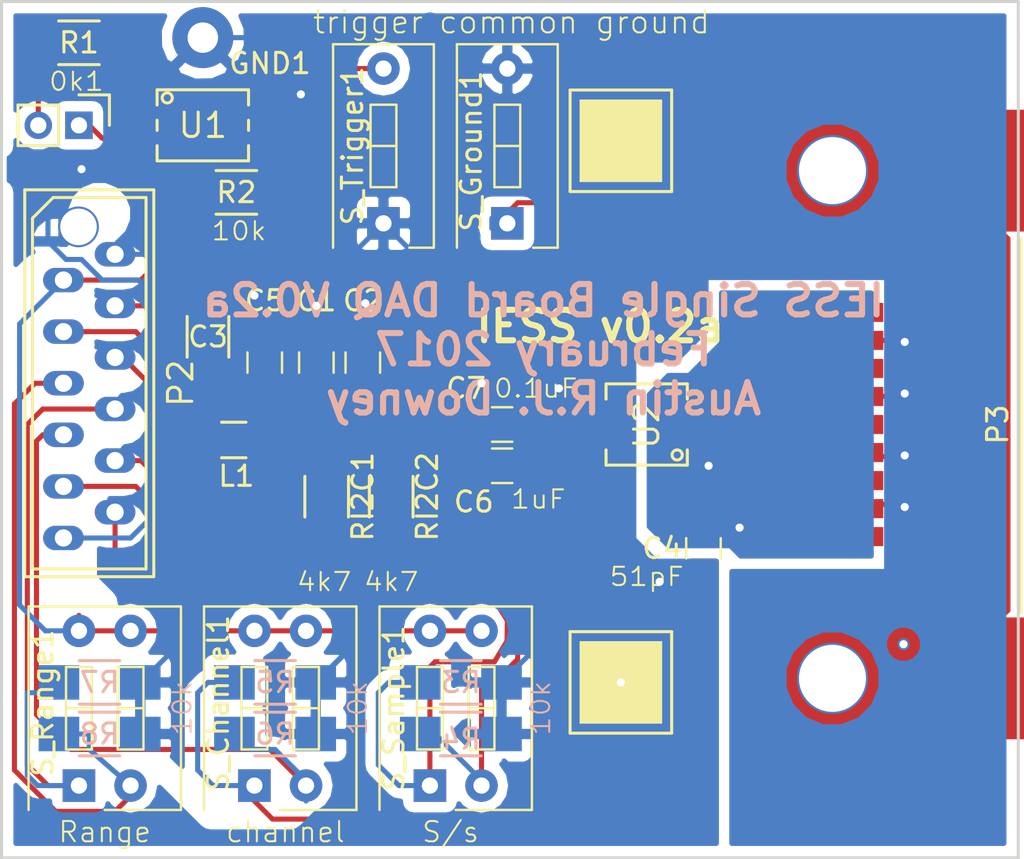
<source format=kicad_pcb>
(kicad_pcb (version 4) (host pcbnew 4.0.5)

  (general
    (links 74)
    (no_connects 0)
    (area 139.28581 79.873499 206.734 133.994501)
    (thickness 1.6)
    (drawings 28)
    (tracks 315)
    (zones 0)
    (modules 31)
    (nets 23)
  )

  (page A4)
  (layers
    (0 F.Cu signal)
    (31 B.Cu signal)
    (32 B.Adhes user hide)
    (33 F.Adhes user hide)
    (34 B.Paste user hide)
    (35 F.Paste user hide)
    (36 B.SilkS user)
    (37 F.SilkS user)
    (38 B.Mask user)
    (39 F.Mask user)
    (40 Dwgs.User user hide)
    (41 Cmts.User user hide)
    (42 Eco1.User user hide)
    (43 Eco2.User user hide)
    (44 Edge.Cuts user)
    (45 Margin user hide)
    (46 B.CrtYd user hide)
    (47 F.CrtYd user hide)
    (48 B.Fab user hide)
    (49 F.Fab user hide)
  )

  (setup
    (last_trace_width 0.25)
    (trace_clearance 0.2)
    (zone_clearance 0.508)
    (zone_45_only yes)
    (trace_min 0.01)
    (segment_width 0.2)
    (edge_width 0.15)
    (via_size 0.6)
    (via_drill 0.4)
    (via_min_size 0.4)
    (via_min_drill 0.3)
    (uvia_size 0.3)
    (uvia_drill 0.1)
    (uvias_allowed no)
    (uvia_min_size 0.2)
    (uvia_min_drill 0.1)
    (pcb_text_width 0.3)
    (pcb_text_size 1.5 1.5)
    (mod_edge_width 0.15)
    (mod_text_size 1 1)
    (mod_text_width 0.15)
    (pad_size 4.064 4.064)
    (pad_drill 0)
    (pad_to_mask_clearance 0.2)
    (aux_axis_origin 0 0)
    (visible_elements 7FFEFFE5)
    (pcbplotparams
      (layerselection 0x010f0_80000001)
      (usegerberextensions false)
      (excludeedgelayer true)
      (linewidth 0.100000)
      (plotframeref false)
      (viasonmask false)
      (mode 1)
      (useauxorigin false)
      (hpglpennumber 1)
      (hpglpenspeed 20)
      (hpglpendiameter 15)
      (hpglpenoverlay 2)
      (psnegative false)
      (psa4output false)
      (plotreference false)
      (plotvalue true)
      (plotinvisibletext false)
      (padsonsilk false)
      (subtractmaskfromsilk false)
      (outputformat 1)
      (mirror false)
      (drillshape 0)
      (scaleselection 1)
      (outputdirectory Gerber/))
  )

  (net 0 "")
  (net 1 +3V3)
  (net 2 GNDA)
  (net 3 "Net-(C4-Pad1)")
  (net 4 "Net-(P1-Pad1)")
  (net 5 "Net-(P1-Pad2)")
  (net 6 +5V)
  (net 7 SDA)
  (net 8 SCL)
  (net 9 "Net-(P2-Pad6)")
  (net 10 "Net-(P2-Pad7)")
  (net 11 "Net-(P2-Pad8)")
  (net 12 "Net-(P2-Pad9)")
  (net 13 "Net-(P2-Pad10)")
  (net 14 "Net-(P2-Pad11)")
  (net 15 trigger)
  (net 16 "Net-(P3-Pad10)")
  (net 17 "Net-(R1-Pad1)")
  (net 18 "Net-(U2-Pad6)")
  (net 19 "Net-(P3-Pad7)")
  (net 20 "Net-(P3-Pad5)")
  (net 21 "Net-(P3-Pad3)")
  (net 22 "Net-(P3-Pad1)")

  (net_class Default "This is the default net class."
    (clearance 0.2)
    (trace_width 0.25)
    (via_dia 0.6)
    (via_drill 0.4)
    (uvia_dia 0.3)
    (uvia_drill 0.1)
    (add_net +3V3)
    (add_net +5V)
    (add_net GNDA)
    (add_net "Net-(C4-Pad1)")
    (add_net "Net-(P1-Pad1)")
    (add_net "Net-(P1-Pad2)")
    (add_net "Net-(P2-Pad10)")
    (add_net "Net-(P2-Pad11)")
    (add_net "Net-(P2-Pad6)")
    (add_net "Net-(P2-Pad7)")
    (add_net "Net-(P2-Pad8)")
    (add_net "Net-(P2-Pad9)")
    (add_net "Net-(P3-Pad1)")
    (add_net "Net-(P3-Pad10)")
    (add_net "Net-(P3-Pad3)")
    (add_net "Net-(P3-Pad5)")
    (add_net "Net-(P3-Pad7)")
    (add_net "Net-(R1-Pad1)")
    (add_net "Net-(U2-Pad6)")
    (add_net SCL)
    (add_net SDA)
    (add_net trigger)
  )

  (module Pin_Headers:Pin_Header_Straight_1x02_Pitch2.00mm (layer F.Cu) (tedit 5881106E) (tstamp 57FA6ABA)
    (at 160.02 91.948 270)
    (descr "Through hole pin header, 1x02, 2.00mm pitch, single row")
    (tags "pin header single row")
    (path /57FA0621)
    (fp_text reference P1 (at 20.066 19.558 360) (layer F.SilkS) hide
      (effects (font (size 1 1) (thickness 0.15)))
    )
    (fp_text value CONN_01X02 (at -1.75 -3.25 270) (layer F.Fab)
      (effects (font (size 1 1) (thickness 0.15)))
    )
    (fp_line (start -1 1) (end 1 1) (layer F.SilkS) (width 0.15))
    (fp_line (start 1 1) (end 1 3) (layer F.SilkS) (width 0.15))
    (fp_line (start 1 3) (end -1 3) (layer F.SilkS) (width 0.15))
    (fp_line (start -1 3) (end -1 1) (layer F.SilkS) (width 0.15))
    (fp_line (start -1.6 -1.6) (end 1.6 -1.6) (layer F.CrtYd) (width 0.05))
    (fp_line (start 1.6 -1.6) (end 1.6 3.6) (layer F.CrtYd) (width 0.05))
    (fp_line (start 1.6 3.6) (end -1.6 3.6) (layer F.CrtYd) (width 0.05))
    (fp_line (start -1.6 3.6) (end -1.6 -1.6) (layer F.CrtYd) (width 0.05))
    (fp_line (start -1.5 0) (end -1.5 -1.5) (layer F.SilkS) (width 0.15))
    (fp_line (start -1.5 -1.5) (end 0 -1.5) (layer F.SilkS) (width 0.15))
    (pad 1 thru_hole rect (at 0 0 270) (size 1.35 1.35) (drill 0.8) (layers *.Cu *.Mask)
      (net 4 "Net-(P1-Pad1)"))
    (pad 2 thru_hole circle (at 0 2 270) (size 1.35 1.35) (drill 0.8) (layers *.Cu *.Mask)
      (net 5 "Net-(P1-Pad2)"))
    (model Pin_Headers.3dshapes/Pin_Header_Straight_1x02_Pitch2.00mm.wrl
      (at (xyz 0 0 0))
      (scale (xyz 1 1 1))
      (rotate (xyz 0 0 0))
    )
  )

  (module Downey:EL3H7 (layer F.Cu) (tedit 58810845) (tstamp 57FA6C15)
    (at 166.116 91.948 270)
    (path /57FAE758)
    (fp_text reference U1 (at 0 0 360) (layer F.SilkS)
      (effects (font (size 1.2 1.2) (thickness 0.15)))
    )
    (fp_text value EL3H7 (at 3 0 360) (layer F.Fab)
      (effects (font (size 1.2 1.2) (thickness 0.15)))
    )
    (fp_circle (center -1.35 1.75) (end -1.1 1.75) (layer F.SilkS) (width 0.15))
    (fp_line (start 0.25 -2.25) (end -0.25 -2.25) (layer F.SilkS) (width 0.15))
    (fp_line (start 1 2.25) (end 1.5 2.25) (layer F.SilkS) (width 0.15))
    (fp_line (start 1.5 2.25) (end 1.75 2.25) (layer F.SilkS) (width 0.15))
    (fp_line (start 1.75 2.25) (end 1.75 -2.25) (layer F.SilkS) (width 0.15))
    (fp_line (start 1.75 -2.25) (end 1 -2.25) (layer F.SilkS) (width 0.15))
    (fp_line (start -0.25 2.25) (end 0.25 2.25) (layer F.SilkS) (width 0.15))
    (fp_line (start -1 -2.25) (end -1.75 -2.25) (layer F.SilkS) (width 0.15))
    (fp_line (start -1.75 -2.25) (end -1.75 2.25) (layer F.SilkS) (width 0.15))
    (fp_line (start -1.75 2.25) (end -1 2.25) (layer F.SilkS) (width 0.15))
    (pad 4 smd rect (at -0.635 -2.6 270) (size 0.6 2.5) (layers F.Cu F.Paste F.Mask)
      (net 15 trigger))
    (pad 1 smd rect (at -0.635 2.6 270) (size 0.6 2.5) (layers F.Cu F.Paste F.Mask)
      (net 17 "Net-(R1-Pad1)"))
    (pad 3 smd rect (at 0.635 -2.6 270) (size 0.6 2.5) (layers F.Cu F.Paste F.Mask)
      (net 2 GNDA))
    (pad 2 smd rect (at 0.635 2.6 270) (size 0.6 2.5) (layers F.Cu F.Paste F.Mask)
      (net 4 "Net-(P1-Pad1)"))
    (model /home/downey/KiKad_Libary_Downey/Downey/3D/walter/smd_dil/mfp-4.wrl
      (at (xyz 0 0 0))
      (scale (xyz 1 1 1))
      (rotate (xyz 0 0 0))
    )
  )

  (module Downey:SOIC_10_FDC1004 (layer F.Cu) (tedit 588108B5) (tstamp 57FA6C2D)
    (at 187.96 106.68 90)
    (path /57FA6132)
    (fp_text reference U2 (at 0 0 270) (layer F.SilkS)
      (effects (font (size 1.2 1.2) (thickness 0.15)))
    )
    (fp_text value FDC1004custom (at 3.5 -0.1 180) (layer F.Fab)
      (effects (font (size 1.2 1.2) (thickness 0.15)))
    )
    (fp_line (start 2 2) (end 2 -2) (layer F.SilkS) (width 0.15))
    (fp_line (start 2 -2) (end 1.75 -2) (layer F.SilkS) (width 0.15))
    (fp_line (start 2 2) (end 1.75 2) (layer F.SilkS) (width 0.15))
    (fp_circle (center -1.5 1.5) (end -1.5 1.75) (layer F.SilkS) (width 0.15))
    (fp_line (start -1.25 2) (end -2 2) (layer F.SilkS) (width 0.15))
    (fp_line (start -2 2) (end -2 -2) (layer F.SilkS) (width 0.15))
    (fp_line (start -2 -2) (end -1.75 -2) (layer F.SilkS) (width 0.15))
    (fp_line (start 1.25 -2) (end 1.75 -2) (layer F.SilkS) (width 0.15))
    (fp_line (start 1.75 2) (end 1.25 2) (layer F.SilkS) (width 0.15))
    (fp_line (start -1.75 -2) (end -1.25 -2) (layer F.SilkS) (width 0.15))
    (pad 10 smd rect (at -1 -2.25 90) (size 0.27 2.5) (layers F.Cu F.Paste F.Mask)
      (net 7 SDA))
    (pad 1 smd rect (at -1 2.25 90) (size 0.27 2.5) (layers F.Cu F.Paste F.Mask)
      (net 3 "Net-(C4-Pad1)"))
    (pad 9 smd rect (at -0.5 -2.25 90) (size 0.27 2.5) (layers F.Cu F.Paste F.Mask)
      (net 8 SCL))
    (pad 2 smd rect (at -0.5 2.25 90) (size 0.27 2.5) (layers F.Cu F.Paste F.Mask)
      (net 19 "Net-(P3-Pad7)"))
    (pad 8 smd rect (at 0 -2.25 90) (size 0.27 2.5) (layers F.Cu F.Paste F.Mask)
      (net 1 +3V3))
    (pad 3 smd rect (at 0 2.25 90) (size 0.27 2.5) (layers F.Cu F.Paste F.Mask)
      (net 20 "Net-(P3-Pad5)"))
    (pad 7 smd rect (at 0.5 -2.25 90) (size 0.27 2.5) (layers F.Cu F.Paste F.Mask)
      (net 2 GNDA))
    (pad 4 smd rect (at 0.5 2.25 90) (size 0.27 2.5) (layers F.Cu F.Paste F.Mask)
      (net 21 "Net-(P3-Pad3)"))
    (pad 6 smd rect (at 1 -2.25 90) (size 0.27 2.5) (layers F.Cu F.Paste F.Mask)
      (net 18 "Net-(U2-Pad6)"))
    (pad 5 smd rect (at 1 2.25 90) (size 0.27 2.5) (layers F.Cu F.Paste F.Mask)
      (net 22 "Net-(P3-Pad1)"))
    (model /home/downey/KiKad_Libary_Downey/Downey/3D/walter/smd_dil/msoic-10.wrl
      (at (xyz 0 0 0))
      (scale (xyz 1 1 1))
      (rotate (xyz 0 0 0))
    )
  )

  (module SMD_Packages:1Pin (layer F.Cu) (tedit 5801FD5F) (tstamp 57FA8C6B)
    (at 186.69 119.38)
    (descr "module 1 pin (ou trou mecanique de percage)")
    (tags DEV)
    (path /57FAA173)
    (fp_text reference P4 (at 0 -3.50012) (layer F.SilkS) hide
      (effects (font (size 1 1) (thickness 0.15)))
    )
    (fp_text value CONN_01X01 (at 0.24892 3.74904) (layer F.Fab)
      (effects (font (size 1 1) (thickness 0.15)))
    )
    (fp_line (start -2.49936 -2.49936) (end 2.49936 -2.49936) (layer F.SilkS) (width 0.15))
    (fp_line (start 2.49936 -2.49936) (end 2.49936 2.49936) (layer F.SilkS) (width 0.15))
    (fp_line (start 2.49936 2.49936) (end -2.49936 2.49936) (layer F.SilkS) (width 0.15))
    (fp_line (start -2.49936 2.49936) (end -2.49936 -2.49936) (layer F.SilkS) (width 0.15))
    (pad 1 smd rect (at 0 0) (size 4.064 4.064) (layers F.Cu F.Paste F.SilkS F.Mask)
      (net 2 GNDA))
  )

  (module SMD_Packages:1Pin (layer F.Cu) (tedit 586D696D) (tstamp 57FA8C70)
    (at 186.69 92.71)
    (descr "module 1 pin (ou trou mecanique de percage)")
    (tags DEV)
    (path /57FAA0FE)
    (fp_text reference P5 (at 0 -3.50012) (layer F.SilkS) hide
      (effects (font (size 1 1) (thickness 0.15)))
    )
    (fp_text value CONN_01X01 (at 0.24892 3.74904) (layer F.Fab)
      (effects (font (size 1 1) (thickness 0.15)))
    )
    (fp_line (start -2.49936 -2.49936) (end 2.49936 -2.49936) (layer F.SilkS) (width 0.15))
    (fp_line (start 2.49936 -2.49936) (end 2.49936 2.49936) (layer F.SilkS) (width 0.15))
    (fp_line (start 2.49936 2.49936) (end -2.49936 2.49936) (layer F.SilkS) (width 0.15))
    (fp_line (start -2.49936 2.49936) (end -2.49936 -2.49936) (layer F.SilkS) (width 0.15))
    (pad 1 smd rect (at 0 0) (size 4.064 4.064) (layers F.Cu F.Paste F.SilkS F.Mask)
      (net 2 GNDA))
  )

  (module Capacitors_SMD:C_1206_HandSoldering (layer F.Cu) (tedit 58810AC1) (tstamp 5801EDFC)
    (at 166.37 102.362 90)
    (descr "Capacitor SMD 1206, hand soldering")
    (tags "capacitor 1206")
    (path /57FA96A1)
    (attr smd)
    (fp_text reference C3 (at 0 0 180) (layer F.SilkS)
      (effects (font (size 1 1) (thickness 0.15)))
    )
    (fp_text value 100uF (at 4.1 0.2 180) (layer F.Fab)
      (effects (font (size 1 1) (thickness 0.15)))
    )
    (fp_line (start -1.6 0.8) (end -1.6 -0.8) (layer F.Fab) (width 0.15))
    (fp_line (start 1.6 0.8) (end -1.6 0.8) (layer F.Fab) (width 0.15))
    (fp_line (start 1.6 -0.8) (end 1.6 0.8) (layer F.Fab) (width 0.15))
    (fp_line (start -1.6 -0.8) (end 1.6 -0.8) (layer F.Fab) (width 0.15))
    (fp_line (start -3.3 -1.15) (end 3.3 -1.15) (layer F.CrtYd) (width 0.05))
    (fp_line (start -3.3 1.15) (end 3.3 1.15) (layer F.CrtYd) (width 0.05))
    (fp_line (start -3.3 -1.15) (end -3.3 1.15) (layer F.CrtYd) (width 0.05))
    (fp_line (start 3.3 -1.15) (end 3.3 1.15) (layer F.CrtYd) (width 0.05))
    (fp_line (start 1 -1.025) (end -1 -1.025) (layer F.SilkS) (width 0.15))
    (fp_line (start -1 1.025) (end 1 1.025) (layer F.SilkS) (width 0.15))
    (pad 1 smd rect (at -2 0 90) (size 2 1.6) (layers F.Cu F.Paste F.Mask)
      (net 1 +3V3))
    (pad 2 smd rect (at 2 0 90) (size 2 1.6) (layers F.Cu F.Paste F.Mask)
      (net 2 GNDA))
    (model Capacitors_SMD.3dshapes/C_1206_HandSoldering.wrl
      (at (xyz 0 0 0))
      (scale (xyz 1 1 1))
      (rotate (xyz 0 0 0))
    )
  )

  (module Measurement_Points:Measurement_Point_Round-TH_Big (layer F.Cu) (tedit 58810854) (tstamp 586D61C8)
    (at 166.116 87.63)
    (descr "Mesurement Point, Round, Trough Hole,  DM 3mm, Drill 1.5mm,")
    (tags "Mesurement Point Round Trough Hole 3mm 1.5mm")
    (path /5801FC3D)
    (attr virtual)
    (fp_text reference GND1 (at 3.302 1.27) (layer F.SilkS)
      (effects (font (size 1 1) (thickness 0.15)))
    )
    (fp_text value TEST_1P (at 0 3) (layer F.Fab)
      (effects (font (size 1 1) (thickness 0.15)))
    )
    (fp_circle (center 0 0) (end 1.75 0) (layer F.CrtYd) (width 0.05))
    (pad 1 thru_hole circle (at 0 0) (size 3 3) (drill 1.5) (layers *.Cu *.Mask)
      (net 2 GNDA))
  )

  (module Buttons_Switches_ThroughHole:SW_DIP_x2_W7.62mm_Slide (layer F.Cu) (tedit 588107CA) (tstamp 586D6305)
    (at 168.656 124.46 90)
    (descr "2x-dip-switch, Slide, row spacing 7.62 mm (300 mils)")
    (tags "DIP Switch Slide 7.62mm 300mil")
    (path /57FA1B0F)
    (fp_text reference S_Channel1 (at 4.064 -1.778 90) (layer F.SilkS)
      (effects (font (size 1 1) (thickness 0.15)))
    )
    (fp_text value DIPS_02 (at 3.81 6.02 90) (layer F.Fab)
      (effects (font (size 1 1) (thickness 0.15)))
    )
    (fp_line (start -0.08 -2.36) (end 8.7 -2.36) (layer F.Fab) (width 0.1))
    (fp_line (start 8.7 -2.36) (end 8.7 4.9) (layer F.Fab) (width 0.1))
    (fp_line (start 8.7 4.9) (end -1.08 4.9) (layer F.Fab) (width 0.1))
    (fp_line (start -1.08 4.9) (end -1.08 -1.36) (layer F.Fab) (width 0.1))
    (fp_line (start -1.08 -1.36) (end -0.08 -2.36) (layer F.Fab) (width 0.1))
    (fp_line (start 1.78 -0.635) (end 1.78 0.635) (layer F.Fab) (width 0.1))
    (fp_line (start 1.78 0.635) (end 5.84 0.635) (layer F.Fab) (width 0.1))
    (fp_line (start 5.84 0.635) (end 5.84 -0.635) (layer F.Fab) (width 0.1))
    (fp_line (start 5.84 -0.635) (end 1.78 -0.635) (layer F.Fab) (width 0.1))
    (fp_line (start 3.81 -0.635) (end 3.81 0.635) (layer F.Fab) (width 0.1))
    (fp_line (start 1.78 1.905) (end 1.78 3.175) (layer F.Fab) (width 0.1))
    (fp_line (start 1.78 3.175) (end 5.84 3.175) (layer F.Fab) (width 0.1))
    (fp_line (start 5.84 3.175) (end 5.84 1.905) (layer F.Fab) (width 0.1))
    (fp_line (start 5.84 1.905) (end 1.78 1.905) (layer F.Fab) (width 0.1))
    (fp_line (start 3.81 1.905) (end 3.81 3.175) (layer F.Fab) (width 0.1))
    (fp_line (start -1.2 -2.48) (end 8.82 -2.48) (layer F.SilkS) (width 0.12))
    (fp_line (start 8.82 -2.48) (end 8.82 5.02) (layer F.SilkS) (width 0.12))
    (fp_line (start 8.82 5.02) (end -1.2 5.02) (layer F.SilkS) (width 0.12))
    (fp_line (start -1.2 5.02) (end -1.2 1.27) (layer F.SilkS) (width 0.12))
    (fp_line (start 1.78 -0.635) (end 1.78 0.635) (layer F.SilkS) (width 0.12))
    (fp_line (start 1.78 0.635) (end 5.84 0.635) (layer F.SilkS) (width 0.12))
    (fp_line (start 5.84 0.635) (end 5.84 -0.635) (layer F.SilkS) (width 0.12))
    (fp_line (start 5.84 -0.635) (end 1.78 -0.635) (layer F.SilkS) (width 0.12))
    (fp_line (start 3.81 -0.635) (end 3.81 0.635) (layer F.SilkS) (width 0.12))
    (fp_line (start 1.78 1.905) (end 1.78 3.175) (layer F.SilkS) (width 0.12))
    (fp_line (start 1.78 3.175) (end 5.84 3.175) (layer F.SilkS) (width 0.12))
    (fp_line (start 5.84 3.175) (end 5.84 1.905) (layer F.SilkS) (width 0.12))
    (fp_line (start 5.84 1.905) (end 1.78 1.905) (layer F.SilkS) (width 0.12))
    (fp_line (start 3.81 1.905) (end 3.81 3.175) (layer F.SilkS) (width 0.12))
    (fp_line (start -1.4 -2.7) (end -1.4 5.2) (layer F.CrtYd) (width 0.05))
    (fp_line (start -1.4 5.2) (end 9 5.2) (layer F.CrtYd) (width 0.05))
    (fp_line (start 9 5.2) (end 9 -2.7) (layer F.CrtYd) (width 0.05))
    (fp_line (start 9 -2.7) (end -1.4 -2.7) (layer F.CrtYd) (width 0.05))
    (pad 1 thru_hole rect (at 0 0 90) (size 1.6 1.6) (drill 0.8) (layers *.Cu *.Mask)
      (net 12 "Net-(P2-Pad9)"))
    (pad 3 thru_hole oval (at 7.62 2.54 90) (size 1.6 1.6) (drill 0.8) (layers *.Cu *.Mask)
      (net 6 +5V))
    (pad 2 thru_hole oval (at 0 2.54 90) (size 1.6 1.6) (drill 0.8) (layers *.Cu *.Mask)
      (net 11 "Net-(P2-Pad8)"))
    (pad 4 thru_hole oval (at 7.62 0 90) (size 1.6 1.6) (drill 0.8) (layers *.Cu *.Mask)
      (net 6 +5V))
    (model Buttons_Switches_ThroughHole.3dshapes/SW_DIP_x2_W7.62mm_Slide.wrl
      (at (xyz 0 0 0))
      (scale (xyz 1 1 1))
      (rotate (xyz 0 0 90))
    )
  )

  (module Buttons_Switches_ThroughHole:SW_DIP_x1_W7.62mm_Slide (layer F.Cu) (tedit 58810857) (tstamp 586D6322)
    (at 181.102 96.774 90)
    (descr "1x-dip-switch, Slide, row spacing 7.62 mm (300 mils)")
    (tags "DIP Switch Slide 7.62mm 300mil")
    (path /57FA3888)
    (fp_text reference S_Ground1 (at 3.556 -1.778 90) (layer F.SilkS)
      (effects (font (size 1 1) (thickness 0.15)))
    )
    (fp_text value DIPS_01 (at 3.81 3.48 90) (layer F.Fab)
      (effects (font (size 1 1) (thickness 0.15)))
    )
    (fp_line (start -0.08 -2.36) (end 8.7 -2.36) (layer F.Fab) (width 0.1))
    (fp_line (start 8.7 -2.36) (end 8.7 2.36) (layer F.Fab) (width 0.1))
    (fp_line (start 8.7 2.36) (end -1.08 2.36) (layer F.Fab) (width 0.1))
    (fp_line (start -1.08 2.36) (end -1.08 -1.36) (layer F.Fab) (width 0.1))
    (fp_line (start -1.08 -1.36) (end -0.08 -2.36) (layer F.Fab) (width 0.1))
    (fp_line (start 1.78 -0.635) (end 1.78 0.635) (layer F.Fab) (width 0.1))
    (fp_line (start 1.78 0.635) (end 5.84 0.635) (layer F.Fab) (width 0.1))
    (fp_line (start 5.84 0.635) (end 5.84 -0.635) (layer F.Fab) (width 0.1))
    (fp_line (start 5.84 -0.635) (end 1.78 -0.635) (layer F.Fab) (width 0.1))
    (fp_line (start 3.81 -0.635) (end 3.81 0.635) (layer F.Fab) (width 0.1))
    (fp_line (start -1.2 -2.48) (end 8.82 -2.48) (layer F.SilkS) (width 0.12))
    (fp_line (start 8.82 -2.48) (end 8.82 2.48) (layer F.SilkS) (width 0.12))
    (fp_line (start 8.82 2.48) (end -1.2 2.48) (layer F.SilkS) (width 0.12))
    (fp_line (start -1.2 2.48) (end -1.2 1.27) (layer F.SilkS) (width 0.12))
    (fp_line (start 1.78 -0.635) (end 1.78 0.635) (layer F.SilkS) (width 0.12))
    (fp_line (start 1.78 0.635) (end 5.84 0.635) (layer F.SilkS) (width 0.12))
    (fp_line (start 5.84 0.635) (end 5.84 -0.635) (layer F.SilkS) (width 0.12))
    (fp_line (start 5.84 -0.635) (end 1.78 -0.635) (layer F.SilkS) (width 0.12))
    (fp_line (start 3.81 -0.635) (end 3.81 0.635) (layer F.SilkS) (width 0.12))
    (fp_line (start -1.4 -2.7) (end -1.4 2.7) (layer F.CrtYd) (width 0.05))
    (fp_line (start -1.4 2.7) (end 9 2.7) (layer F.CrtYd) (width 0.05))
    (fp_line (start 9 2.7) (end 9 -2.7) (layer F.CrtYd) (width 0.05))
    (fp_line (start 9 -2.7) (end -1.4 -2.7) (layer F.CrtYd) (width 0.05))
    (pad 1 thru_hole rect (at 0 0 90) (size 1.6 1.6) (drill 0.8) (layers *.Cu *.Mask)
      (net 16 "Net-(P3-Pad10)"))
    (pad 2 thru_hole oval (at 7.62 0 90) (size 1.6 1.6) (drill 0.8) (layers *.Cu *.Mask)
      (net 2 GNDA))
    (model Buttons_Switches_ThroughHole.3dshapes/SW_DIP_x1_W7.62mm_Slide.wrl
      (at (xyz 0 0 0))
      (scale (xyz 1 1 1))
      (rotate (xyz 0 0 90))
    )
  )

  (module Buttons_Switches_ThroughHole:SW_DIP_x2_W7.62mm_Slide (layer F.Cu) (tedit 588107C7) (tstamp 586D634B)
    (at 160.02 124.46 90)
    (descr "2x-dip-switch, Slide, row spacing 7.62 mm (300 mils)")
    (tags "DIP Switch Slide 7.62mm 300mil")
    (path /57FA13E3)
    (fp_text reference S_Range1 (at 4.064 -1.778 90) (layer F.SilkS)
      (effects (font (size 1 1) (thickness 0.15)))
    )
    (fp_text value DIPS_02 (at 3.81 6.02 90) (layer F.Fab)
      (effects (font (size 1 1) (thickness 0.15)))
    )
    (fp_line (start -0.08 -2.36) (end 8.7 -2.36) (layer F.Fab) (width 0.1))
    (fp_line (start 8.7 -2.36) (end 8.7 4.9) (layer F.Fab) (width 0.1))
    (fp_line (start 8.7 4.9) (end -1.08 4.9) (layer F.Fab) (width 0.1))
    (fp_line (start -1.08 4.9) (end -1.08 -1.36) (layer F.Fab) (width 0.1))
    (fp_line (start -1.08 -1.36) (end -0.08 -2.36) (layer F.Fab) (width 0.1))
    (fp_line (start 1.78 -0.635) (end 1.78 0.635) (layer F.Fab) (width 0.1))
    (fp_line (start 1.78 0.635) (end 5.84 0.635) (layer F.Fab) (width 0.1))
    (fp_line (start 5.84 0.635) (end 5.84 -0.635) (layer F.Fab) (width 0.1))
    (fp_line (start 5.84 -0.635) (end 1.78 -0.635) (layer F.Fab) (width 0.1))
    (fp_line (start 3.81 -0.635) (end 3.81 0.635) (layer F.Fab) (width 0.1))
    (fp_line (start 1.78 1.905) (end 1.78 3.175) (layer F.Fab) (width 0.1))
    (fp_line (start 1.78 3.175) (end 5.84 3.175) (layer F.Fab) (width 0.1))
    (fp_line (start 5.84 3.175) (end 5.84 1.905) (layer F.Fab) (width 0.1))
    (fp_line (start 5.84 1.905) (end 1.78 1.905) (layer F.Fab) (width 0.1))
    (fp_line (start 3.81 1.905) (end 3.81 3.175) (layer F.Fab) (width 0.1))
    (fp_line (start -1.2 -2.48) (end 8.82 -2.48) (layer F.SilkS) (width 0.12))
    (fp_line (start 8.82 -2.48) (end 8.82 5.02) (layer F.SilkS) (width 0.12))
    (fp_line (start 8.82 5.02) (end -1.2 5.02) (layer F.SilkS) (width 0.12))
    (fp_line (start -1.2 5.02) (end -1.2 1.27) (layer F.SilkS) (width 0.12))
    (fp_line (start 1.78 -0.635) (end 1.78 0.635) (layer F.SilkS) (width 0.12))
    (fp_line (start 1.78 0.635) (end 5.84 0.635) (layer F.SilkS) (width 0.12))
    (fp_line (start 5.84 0.635) (end 5.84 -0.635) (layer F.SilkS) (width 0.12))
    (fp_line (start 5.84 -0.635) (end 1.78 -0.635) (layer F.SilkS) (width 0.12))
    (fp_line (start 3.81 -0.635) (end 3.81 0.635) (layer F.SilkS) (width 0.12))
    (fp_line (start 1.78 1.905) (end 1.78 3.175) (layer F.SilkS) (width 0.12))
    (fp_line (start 1.78 3.175) (end 5.84 3.175) (layer F.SilkS) (width 0.12))
    (fp_line (start 5.84 3.175) (end 5.84 1.905) (layer F.SilkS) (width 0.12))
    (fp_line (start 5.84 1.905) (end 1.78 1.905) (layer F.SilkS) (width 0.12))
    (fp_line (start 3.81 1.905) (end 3.81 3.175) (layer F.SilkS) (width 0.12))
    (fp_line (start -1.4 -2.7) (end -1.4 5.2) (layer F.CrtYd) (width 0.05))
    (fp_line (start -1.4 5.2) (end 9 5.2) (layer F.CrtYd) (width 0.05))
    (fp_line (start 9 5.2) (end 9 -2.7) (layer F.CrtYd) (width 0.05))
    (fp_line (start 9 -2.7) (end -1.4 -2.7) (layer F.CrtYd) (width 0.05))
    (pad 1 thru_hole rect (at 0 0 90) (size 1.6 1.6) (drill 0.8) (layers *.Cu *.Mask)
      (net 10 "Net-(P2-Pad7)"))
    (pad 3 thru_hole oval (at 7.62 2.54 90) (size 1.6 1.6) (drill 0.8) (layers *.Cu *.Mask)
      (net 6 +5V))
    (pad 2 thru_hole oval (at 0 2.54 90) (size 1.6 1.6) (drill 0.8) (layers *.Cu *.Mask)
      (net 9 "Net-(P2-Pad6)"))
    (pad 4 thru_hole oval (at 7.62 0 90) (size 1.6 1.6) (drill 0.8) (layers *.Cu *.Mask)
      (net 6 +5V))
    (model Buttons_Switches_ThroughHole.3dshapes/SW_DIP_x2_W7.62mm_Slide.wrl
      (at (xyz 0 0 0))
      (scale (xyz 1 1 1))
      (rotate (xyz 0 0 90))
    )
  )

  (module Buttons_Switches_ThroughHole:SW_DIP_x2_W7.62mm_Slide (layer F.Cu) (tedit 588107CD) (tstamp 586D6374)
    (at 177.292 124.46 90)
    (descr "2x-dip-switch, Slide, row spacing 7.62 mm (300 mils)")
    (tags "DIP Switch Slide 7.62mm 300mil")
    (path /57FA1BAD)
    (fp_text reference S_Sample1 (at 3.81 -1.778 90) (layer F.SilkS)
      (effects (font (size 1 1) (thickness 0.15)))
    )
    (fp_text value DIPS_02 (at 3.81 6.02 90) (layer F.Fab)
      (effects (font (size 1 1) (thickness 0.15)))
    )
    (fp_line (start -0.08 -2.36) (end 8.7 -2.36) (layer F.Fab) (width 0.1))
    (fp_line (start 8.7 -2.36) (end 8.7 4.9) (layer F.Fab) (width 0.1))
    (fp_line (start 8.7 4.9) (end -1.08 4.9) (layer F.Fab) (width 0.1))
    (fp_line (start -1.08 4.9) (end -1.08 -1.36) (layer F.Fab) (width 0.1))
    (fp_line (start -1.08 -1.36) (end -0.08 -2.36) (layer F.Fab) (width 0.1))
    (fp_line (start 1.78 -0.635) (end 1.78 0.635) (layer F.Fab) (width 0.1))
    (fp_line (start 1.78 0.635) (end 5.84 0.635) (layer F.Fab) (width 0.1))
    (fp_line (start 5.84 0.635) (end 5.84 -0.635) (layer F.Fab) (width 0.1))
    (fp_line (start 5.84 -0.635) (end 1.78 -0.635) (layer F.Fab) (width 0.1))
    (fp_line (start 3.81 -0.635) (end 3.81 0.635) (layer F.Fab) (width 0.1))
    (fp_line (start 1.78 1.905) (end 1.78 3.175) (layer F.Fab) (width 0.1))
    (fp_line (start 1.78 3.175) (end 5.84 3.175) (layer F.Fab) (width 0.1))
    (fp_line (start 5.84 3.175) (end 5.84 1.905) (layer F.Fab) (width 0.1))
    (fp_line (start 5.84 1.905) (end 1.78 1.905) (layer F.Fab) (width 0.1))
    (fp_line (start 3.81 1.905) (end 3.81 3.175) (layer F.Fab) (width 0.1))
    (fp_line (start -1.2 -2.48) (end 8.82 -2.48) (layer F.SilkS) (width 0.12))
    (fp_line (start 8.82 -2.48) (end 8.82 5.02) (layer F.SilkS) (width 0.12))
    (fp_line (start 8.82 5.02) (end -1.2 5.02) (layer F.SilkS) (width 0.12))
    (fp_line (start -1.2 5.02) (end -1.2 1.27) (layer F.SilkS) (width 0.12))
    (fp_line (start 1.78 -0.635) (end 1.78 0.635) (layer F.SilkS) (width 0.12))
    (fp_line (start 1.78 0.635) (end 5.84 0.635) (layer F.SilkS) (width 0.12))
    (fp_line (start 5.84 0.635) (end 5.84 -0.635) (layer F.SilkS) (width 0.12))
    (fp_line (start 5.84 -0.635) (end 1.78 -0.635) (layer F.SilkS) (width 0.12))
    (fp_line (start 3.81 -0.635) (end 3.81 0.635) (layer F.SilkS) (width 0.12))
    (fp_line (start 1.78 1.905) (end 1.78 3.175) (layer F.SilkS) (width 0.12))
    (fp_line (start 1.78 3.175) (end 5.84 3.175) (layer F.SilkS) (width 0.12))
    (fp_line (start 5.84 3.175) (end 5.84 1.905) (layer F.SilkS) (width 0.12))
    (fp_line (start 5.84 1.905) (end 1.78 1.905) (layer F.SilkS) (width 0.12))
    (fp_line (start 3.81 1.905) (end 3.81 3.175) (layer F.SilkS) (width 0.12))
    (fp_line (start -1.4 -2.7) (end -1.4 5.2) (layer F.CrtYd) (width 0.05))
    (fp_line (start -1.4 5.2) (end 9 5.2) (layer F.CrtYd) (width 0.05))
    (fp_line (start 9 5.2) (end 9 -2.7) (layer F.CrtYd) (width 0.05))
    (fp_line (start 9 -2.7) (end -1.4 -2.7) (layer F.CrtYd) (width 0.05))
    (pad 1 thru_hole rect (at 0 0 90) (size 1.6 1.6) (drill 0.8) (layers *.Cu *.Mask)
      (net 14 "Net-(P2-Pad11)"))
    (pad 3 thru_hole oval (at 7.62 2.54 90) (size 1.6 1.6) (drill 0.8) (layers *.Cu *.Mask)
      (net 6 +5V))
    (pad 2 thru_hole oval (at 0 2.54 90) (size 1.6 1.6) (drill 0.8) (layers *.Cu *.Mask)
      (net 13 "Net-(P2-Pad10)"))
    (pad 4 thru_hole oval (at 7.62 0 90) (size 1.6 1.6) (drill 0.8) (layers *.Cu *.Mask)
      (net 6 +5V))
    (model Buttons_Switches_ThroughHole.3dshapes/SW_DIP_x2_W7.62mm_Slide.wrl
      (at (xyz 0 0 0))
      (scale (xyz 1 1 1))
      (rotate (xyz 0 0 90))
    )
  )

  (module Buttons_Switches_ThroughHole:SW_DIP_x1_W7.62mm_Slide (layer F.Cu) (tedit 58810850) (tstamp 586D6391)
    (at 175.006 96.774 90)
    (descr "1x-dip-switch, Slide, row spacing 7.62 mm (300 mils)")
    (tags "DIP Switch Slide 7.62mm 300mil")
    (path /57FA3B05)
    (fp_text reference S_Trigger1 (at 3.81 -1.524 90) (layer F.SilkS)
      (effects (font (size 1 1) (thickness 0.15)))
    )
    (fp_text value DIPS_01 (at 3.81 3.48 90) (layer F.Fab)
      (effects (font (size 1 1) (thickness 0.15)))
    )
    (fp_line (start -0.08 -2.36) (end 8.7 -2.36) (layer F.Fab) (width 0.1))
    (fp_line (start 8.7 -2.36) (end 8.7 2.36) (layer F.Fab) (width 0.1))
    (fp_line (start 8.7 2.36) (end -1.08 2.36) (layer F.Fab) (width 0.1))
    (fp_line (start -1.08 2.36) (end -1.08 -1.36) (layer F.Fab) (width 0.1))
    (fp_line (start -1.08 -1.36) (end -0.08 -2.36) (layer F.Fab) (width 0.1))
    (fp_line (start 1.78 -0.635) (end 1.78 0.635) (layer F.Fab) (width 0.1))
    (fp_line (start 1.78 0.635) (end 5.84 0.635) (layer F.Fab) (width 0.1))
    (fp_line (start 5.84 0.635) (end 5.84 -0.635) (layer F.Fab) (width 0.1))
    (fp_line (start 5.84 -0.635) (end 1.78 -0.635) (layer F.Fab) (width 0.1))
    (fp_line (start 3.81 -0.635) (end 3.81 0.635) (layer F.Fab) (width 0.1))
    (fp_line (start -1.2 -2.48) (end 8.82 -2.48) (layer F.SilkS) (width 0.12))
    (fp_line (start 8.82 -2.48) (end 8.82 2.48) (layer F.SilkS) (width 0.12))
    (fp_line (start 8.82 2.48) (end -1.2 2.48) (layer F.SilkS) (width 0.12))
    (fp_line (start -1.2 2.48) (end -1.2 1.27) (layer F.SilkS) (width 0.12))
    (fp_line (start 1.78 -0.635) (end 1.78 0.635) (layer F.SilkS) (width 0.12))
    (fp_line (start 1.78 0.635) (end 5.84 0.635) (layer F.SilkS) (width 0.12))
    (fp_line (start 5.84 0.635) (end 5.84 -0.635) (layer F.SilkS) (width 0.12))
    (fp_line (start 5.84 -0.635) (end 1.78 -0.635) (layer F.SilkS) (width 0.12))
    (fp_line (start 3.81 -0.635) (end 3.81 0.635) (layer F.SilkS) (width 0.12))
    (fp_line (start -1.4 -2.7) (end -1.4 2.7) (layer F.CrtYd) (width 0.05))
    (fp_line (start -1.4 2.7) (end 9 2.7) (layer F.CrtYd) (width 0.05))
    (fp_line (start 9 2.7) (end 9 -2.7) (layer F.CrtYd) (width 0.05))
    (fp_line (start 9 -2.7) (end -1.4 -2.7) (layer F.CrtYd) (width 0.05))
    (pad 1 thru_hole rect (at 0 0 90) (size 1.6 1.6) (drill 0.8) (layers *.Cu *.Mask)
      (net 2 GNDA))
    (pad 2 thru_hole oval (at 7.62 0 90) (size 1.6 1.6) (drill 0.8) (layers *.Cu *.Mask)
      (net 15 trigger))
    (model Buttons_Switches_ThroughHole.3dshapes/SW_DIP_x1_W7.62mm_Slide.wrl
      (at (xyz 0 0 0))
      (scale (xyz 1 1 1))
      (rotate (xyz 0 0 90))
    )
  )

  (module Resistors_SMD:R_1206_HandSoldering (layer F.Cu) (tedit 5881084A) (tstamp 587F9741)
    (at 160.02 87.884 180)
    (descr "Resistor SMD 1206, hand soldering")
    (tags "resistor 1206")
    (path /57FA0735)
    (attr smd)
    (fp_text reference R1 (at 0 0 180) (layer F.SilkS)
      (effects (font (size 1 1) (thickness 0.15)))
    )
    (fp_text value 0k1 (at 0 2.3 180) (layer F.Fab)
      (effects (font (size 1 1) (thickness 0.15)))
    )
    (fp_line (start -1.6 0.8) (end -1.6 -0.8) (layer F.Fab) (width 0.1))
    (fp_line (start 1.6 0.8) (end -1.6 0.8) (layer F.Fab) (width 0.1))
    (fp_line (start 1.6 -0.8) (end 1.6 0.8) (layer F.Fab) (width 0.1))
    (fp_line (start -1.6 -0.8) (end 1.6 -0.8) (layer F.Fab) (width 0.1))
    (fp_line (start -3.3 -1.2) (end 3.3 -1.2) (layer F.CrtYd) (width 0.05))
    (fp_line (start -3.3 1.2) (end 3.3 1.2) (layer F.CrtYd) (width 0.05))
    (fp_line (start -3.3 -1.2) (end -3.3 1.2) (layer F.CrtYd) (width 0.05))
    (fp_line (start 3.3 -1.2) (end 3.3 1.2) (layer F.CrtYd) (width 0.05))
    (fp_line (start 1 1.075) (end -1 1.075) (layer F.SilkS) (width 0.15))
    (fp_line (start -1 -1.075) (end 1 -1.075) (layer F.SilkS) (width 0.15))
    (pad 1 smd rect (at -2 0 180) (size 2 1.7) (layers F.Cu F.Paste F.Mask)
      (net 17 "Net-(R1-Pad1)"))
    (pad 2 smd rect (at 2 0 180) (size 2 1.7) (layers F.Cu F.Paste F.Mask)
      (net 5 "Net-(P1-Pad2)"))
    (model Resistors_SMD.3dshapes/R_1206_HandSoldering.wrl
      (at (xyz 0 0 0))
      (scale (xyz 1 1 1))
      (rotate (xyz 0 0 0))
    )
  )

  (module Resistors_SMD:R_1206_HandSoldering (layer F.Cu) (tedit 58810AC8) (tstamp 587F9746)
    (at 167.767 95.25)
    (descr "Resistor SMD 1206, hand soldering")
    (tags "resistor 1206")
    (path /57FA0A56)
    (attr smd)
    (fp_text reference R2 (at 0 0) (layer F.SilkS)
      (effects (font (size 1 1) (thickness 0.15)))
    )
    (fp_text value 10k (at 0 2.3) (layer F.Fab)
      (effects (font (size 1 1) (thickness 0.15)))
    )
    (fp_line (start -1.6 0.8) (end -1.6 -0.8) (layer F.Fab) (width 0.1))
    (fp_line (start 1.6 0.8) (end -1.6 0.8) (layer F.Fab) (width 0.1))
    (fp_line (start 1.6 -0.8) (end 1.6 0.8) (layer F.Fab) (width 0.1))
    (fp_line (start -1.6 -0.8) (end 1.6 -0.8) (layer F.Fab) (width 0.1))
    (fp_line (start -3.3 -1.2) (end 3.3 -1.2) (layer F.CrtYd) (width 0.05))
    (fp_line (start -3.3 1.2) (end 3.3 1.2) (layer F.CrtYd) (width 0.05))
    (fp_line (start -3.3 -1.2) (end -3.3 1.2) (layer F.CrtYd) (width 0.05))
    (fp_line (start 3.3 -1.2) (end 3.3 1.2) (layer F.CrtYd) (width 0.05))
    (fp_line (start 1 1.075) (end -1 1.075) (layer F.SilkS) (width 0.15))
    (fp_line (start -1 -1.075) (end 1 -1.075) (layer F.SilkS) (width 0.15))
    (pad 1 smd rect (at -2 0) (size 2 1.7) (layers F.Cu F.Paste F.Mask)
      (net 6 +5V))
    (pad 2 smd rect (at 2 0) (size 2 1.7) (layers F.Cu F.Paste F.Mask)
      (net 15 trigger))
    (model Resistors_SMD.3dshapes/R_1206_HandSoldering.wrl
      (at (xyz 0 0 0))
      (scale (xyz 1 1 1))
      (rotate (xyz 0 0 0))
    )
  )

  (module Resistors_SMD:R_1206_HandSoldering (layer B.Cu) (tedit 58810ADF) (tstamp 587F9750)
    (at 178.816 121.92)
    (descr "Resistor SMD 1206, hand soldering")
    (tags "resistor 1206")
    (path /57FA2141)
    (attr smd)
    (fp_text reference R4 (at 0 0.254) (layer B.SilkS)
      (effects (font (size 1 1) (thickness 0.15)) (justify mirror))
    )
    (fp_text value 10k (at 0 -2.3) (layer B.Fab)
      (effects (font (size 1 1) (thickness 0.15)) (justify mirror))
    )
    (fp_line (start -1.6 -0.8) (end -1.6 0.8) (layer B.Fab) (width 0.1))
    (fp_line (start 1.6 -0.8) (end -1.6 -0.8) (layer B.Fab) (width 0.1))
    (fp_line (start 1.6 0.8) (end 1.6 -0.8) (layer B.Fab) (width 0.1))
    (fp_line (start -1.6 0.8) (end 1.6 0.8) (layer B.Fab) (width 0.1))
    (fp_line (start -3.3 1.2) (end 3.3 1.2) (layer B.CrtYd) (width 0.05))
    (fp_line (start -3.3 -1.2) (end 3.3 -1.2) (layer B.CrtYd) (width 0.05))
    (fp_line (start -3.3 1.2) (end -3.3 -1.2) (layer B.CrtYd) (width 0.05))
    (fp_line (start 3.3 1.2) (end 3.3 -1.2) (layer B.CrtYd) (width 0.05))
    (fp_line (start 1 -1.075) (end -1 -1.075) (layer B.SilkS) (width 0.15))
    (fp_line (start -1 1.075) (end 1 1.075) (layer B.SilkS) (width 0.15))
    (pad 1 smd rect (at -2 0) (size 2 1.7) (layers B.Cu B.Paste B.Mask)
      (net 13 "Net-(P2-Pad10)"))
    (pad 2 smd rect (at 2 0) (size 2 1.7) (layers B.Cu B.Paste B.Mask)
      (net 2 GNDA))
    (model Resistors_SMD.3dshapes/R_1206_HandSoldering.wrl
      (at (xyz 0 0 0))
      (scale (xyz 1 1 1))
      (rotate (xyz 0 0 0))
    )
  )

  (module Resistors_SMD:R_1206_HandSoldering (layer B.Cu) (tedit 58810ADC) (tstamp 587F9755)
    (at 169.672 119.38)
    (descr "Resistor SMD 1206, hand soldering")
    (tags "resistor 1206")
    (path /57FA20F1)
    (attr smd)
    (fp_text reference R5 (at 0 0) (layer B.SilkS)
      (effects (font (size 1 1) (thickness 0.15)) (justify mirror))
    )
    (fp_text value 10k (at 0 -2.3) (layer B.Fab)
      (effects (font (size 1 1) (thickness 0.15)) (justify mirror))
    )
    (fp_line (start -1.6 -0.8) (end -1.6 0.8) (layer B.Fab) (width 0.1))
    (fp_line (start 1.6 -0.8) (end -1.6 -0.8) (layer B.Fab) (width 0.1))
    (fp_line (start 1.6 0.8) (end 1.6 -0.8) (layer B.Fab) (width 0.1))
    (fp_line (start -1.6 0.8) (end 1.6 0.8) (layer B.Fab) (width 0.1))
    (fp_line (start -3.3 1.2) (end 3.3 1.2) (layer B.CrtYd) (width 0.05))
    (fp_line (start -3.3 -1.2) (end 3.3 -1.2) (layer B.CrtYd) (width 0.05))
    (fp_line (start -3.3 1.2) (end -3.3 -1.2) (layer B.CrtYd) (width 0.05))
    (fp_line (start 3.3 1.2) (end 3.3 -1.2) (layer B.CrtYd) (width 0.05))
    (fp_line (start 1 -1.075) (end -1 -1.075) (layer B.SilkS) (width 0.15))
    (fp_line (start -1 1.075) (end 1 1.075) (layer B.SilkS) (width 0.15))
    (pad 1 smd rect (at -2 0) (size 2 1.7) (layers B.Cu B.Paste B.Mask)
      (net 12 "Net-(P2-Pad9)"))
    (pad 2 smd rect (at 2 0) (size 2 1.7) (layers B.Cu B.Paste B.Mask)
      (net 2 GNDA))
    (model Resistors_SMD.3dshapes/R_1206_HandSoldering.wrl
      (at (xyz 0 0 0))
      (scale (xyz 1 1 1))
      (rotate (xyz 0 0 0))
    )
  )

  (module Resistors_SMD:R_1206_HandSoldering (layer B.Cu) (tedit 58810AD7) (tstamp 587F975A)
    (at 169.672 121.92)
    (descr "Resistor SMD 1206, hand soldering")
    (tags "resistor 1206")
    (path /57FA20A4)
    (attr smd)
    (fp_text reference R6 (at 0 0) (layer B.SilkS)
      (effects (font (size 1 1) (thickness 0.15)) (justify mirror))
    )
    (fp_text value 10k (at 0 -2.3) (layer B.Fab)
      (effects (font (size 1 1) (thickness 0.15)) (justify mirror))
    )
    (fp_line (start -1.6 -0.8) (end -1.6 0.8) (layer B.Fab) (width 0.1))
    (fp_line (start 1.6 -0.8) (end -1.6 -0.8) (layer B.Fab) (width 0.1))
    (fp_line (start 1.6 0.8) (end 1.6 -0.8) (layer B.Fab) (width 0.1))
    (fp_line (start -1.6 0.8) (end 1.6 0.8) (layer B.Fab) (width 0.1))
    (fp_line (start -3.3 1.2) (end 3.3 1.2) (layer B.CrtYd) (width 0.05))
    (fp_line (start -3.3 -1.2) (end 3.3 -1.2) (layer B.CrtYd) (width 0.05))
    (fp_line (start -3.3 1.2) (end -3.3 -1.2) (layer B.CrtYd) (width 0.05))
    (fp_line (start 3.3 1.2) (end 3.3 -1.2) (layer B.CrtYd) (width 0.05))
    (fp_line (start 1 -1.075) (end -1 -1.075) (layer B.SilkS) (width 0.15))
    (fp_line (start -1 1.075) (end 1 1.075) (layer B.SilkS) (width 0.15))
    (pad 1 smd rect (at -2 0) (size 2 1.7) (layers B.Cu B.Paste B.Mask)
      (net 11 "Net-(P2-Pad8)"))
    (pad 2 smd rect (at 2 0) (size 2 1.7) (layers B.Cu B.Paste B.Mask)
      (net 2 GNDA))
    (model Resistors_SMD.3dshapes/R_1206_HandSoldering.wrl
      (at (xyz 0 0 0))
      (scale (xyz 1 1 1))
      (rotate (xyz 0 0 0))
    )
  )

  (module Resistors_SMD:R_1206_HandSoldering (layer B.Cu) (tedit 58810AD3) (tstamp 587F975F)
    (at 161.036 119.38)
    (descr "Resistor SMD 1206, hand soldering")
    (tags "resistor 1206")
    (path /57FA1675)
    (attr smd)
    (fp_text reference R7 (at 0 0) (layer B.SilkS)
      (effects (font (size 1 1) (thickness 0.15)) (justify mirror))
    )
    (fp_text value 10k (at 0 -2.3) (layer B.Fab)
      (effects (font (size 1 1) (thickness 0.15)) (justify mirror))
    )
    (fp_line (start -1.6 -0.8) (end -1.6 0.8) (layer B.Fab) (width 0.1))
    (fp_line (start 1.6 -0.8) (end -1.6 -0.8) (layer B.Fab) (width 0.1))
    (fp_line (start 1.6 0.8) (end 1.6 -0.8) (layer B.Fab) (width 0.1))
    (fp_line (start -1.6 0.8) (end 1.6 0.8) (layer B.Fab) (width 0.1))
    (fp_line (start -3.3 1.2) (end 3.3 1.2) (layer B.CrtYd) (width 0.05))
    (fp_line (start -3.3 -1.2) (end 3.3 -1.2) (layer B.CrtYd) (width 0.05))
    (fp_line (start -3.3 1.2) (end -3.3 -1.2) (layer B.CrtYd) (width 0.05))
    (fp_line (start 3.3 1.2) (end 3.3 -1.2) (layer B.CrtYd) (width 0.05))
    (fp_line (start 1 -1.075) (end -1 -1.075) (layer B.SilkS) (width 0.15))
    (fp_line (start -1 1.075) (end 1 1.075) (layer B.SilkS) (width 0.15))
    (pad 1 smd rect (at -2 0) (size 2 1.7) (layers B.Cu B.Paste B.Mask)
      (net 10 "Net-(P2-Pad7)"))
    (pad 2 smd rect (at 2 0) (size 2 1.7) (layers B.Cu B.Paste B.Mask)
      (net 2 GNDA))
    (model Resistors_SMD.3dshapes/R_1206_HandSoldering.wrl
      (at (xyz 0 0 0))
      (scale (xyz 1 1 1))
      (rotate (xyz 0 0 0))
    )
  )

  (module Resistors_SMD:R_1206_HandSoldering (layer B.Cu) (tedit 58810AD0) (tstamp 587F9764)
    (at 161.036 121.92)
    (descr "Resistor SMD 1206, hand soldering")
    (tags "resistor 1206")
    (path /57FA16D4)
    (attr smd)
    (fp_text reference R8 (at 0 0) (layer B.SilkS)
      (effects (font (size 1 1) (thickness 0.15)) (justify mirror))
    )
    (fp_text value 10k (at 0 -2.3) (layer B.Fab)
      (effects (font (size 1 1) (thickness 0.15)) (justify mirror))
    )
    (fp_line (start -1.6 -0.8) (end -1.6 0.8) (layer B.Fab) (width 0.1))
    (fp_line (start 1.6 -0.8) (end -1.6 -0.8) (layer B.Fab) (width 0.1))
    (fp_line (start 1.6 0.8) (end 1.6 -0.8) (layer B.Fab) (width 0.1))
    (fp_line (start -1.6 0.8) (end 1.6 0.8) (layer B.Fab) (width 0.1))
    (fp_line (start -3.3 1.2) (end 3.3 1.2) (layer B.CrtYd) (width 0.05))
    (fp_line (start -3.3 -1.2) (end 3.3 -1.2) (layer B.CrtYd) (width 0.05))
    (fp_line (start -3.3 1.2) (end -3.3 -1.2) (layer B.CrtYd) (width 0.05))
    (fp_line (start 3.3 1.2) (end 3.3 -1.2) (layer B.CrtYd) (width 0.05))
    (fp_line (start 1 -1.075) (end -1 -1.075) (layer B.SilkS) (width 0.15))
    (fp_line (start -1 1.075) (end 1 1.075) (layer B.SilkS) (width 0.15))
    (pad 1 smd rect (at -2 0) (size 2 1.7) (layers B.Cu B.Paste B.Mask)
      (net 9 "Net-(P2-Pad6)"))
    (pad 2 smd rect (at 2 0) (size 2 1.7) (layers B.Cu B.Paste B.Mask)
      (net 2 GNDA))
    (model Resistors_SMD.3dshapes/R_1206_HandSoldering.wrl
      (at (xyz 0 0 0))
      (scale (xyz 1 1 1))
      (rotate (xyz 0 0 0))
    )
  )

  (module Resistors_SMD:R_1206_HandSoldering (layer F.Cu) (tedit 58810AE5) (tstamp 587F9769)
    (at 172.212 110.236 270)
    (descr "Resistor SMD 1206, hand soldering")
    (tags "resistor 1206")
    (path /57FA72A6)
    (attr smd)
    (fp_text reference RI2C1 (at 0 -1.778 270) (layer F.SilkS)
      (effects (font (size 1 1) (thickness 0.15)))
    )
    (fp_text value 4k7 (at 0 2.3 270) (layer F.Fab)
      (effects (font (size 1 1) (thickness 0.15)))
    )
    (fp_line (start -1.6 0.8) (end -1.6 -0.8) (layer F.Fab) (width 0.1))
    (fp_line (start 1.6 0.8) (end -1.6 0.8) (layer F.Fab) (width 0.1))
    (fp_line (start 1.6 -0.8) (end 1.6 0.8) (layer F.Fab) (width 0.1))
    (fp_line (start -1.6 -0.8) (end 1.6 -0.8) (layer F.Fab) (width 0.1))
    (fp_line (start -3.3 -1.2) (end 3.3 -1.2) (layer F.CrtYd) (width 0.05))
    (fp_line (start -3.3 1.2) (end 3.3 1.2) (layer F.CrtYd) (width 0.05))
    (fp_line (start -3.3 -1.2) (end -3.3 1.2) (layer F.CrtYd) (width 0.05))
    (fp_line (start 3.3 -1.2) (end 3.3 1.2) (layer F.CrtYd) (width 0.05))
    (fp_line (start 1 1.075) (end -1 1.075) (layer F.SilkS) (width 0.15))
    (fp_line (start -1 -1.075) (end 1 -1.075) (layer F.SilkS) (width 0.15))
    (pad 1 smd rect (at -2 0 270) (size 2 1.7) (layers F.Cu F.Paste F.Mask)
      (net 1 +3V3))
    (pad 2 smd rect (at 2 0 270) (size 2 1.7) (layers F.Cu F.Paste F.Mask)
      (net 7 SDA))
    (model Resistors_SMD.3dshapes/R_1206_HandSoldering.wrl
      (at (xyz 0 0 0))
      (scale (xyz 1 1 1))
      (rotate (xyz 0 0 0))
    )
  )

  (module Resistors_SMD:R_1206_HandSoldering (layer F.Cu) (tedit 58810AE7) (tstamp 587F976E)
    (at 175.387 110.236 270)
    (descr "Resistor SMD 1206, hand soldering")
    (tags "resistor 1206")
    (path /57FA7321)
    (attr smd)
    (fp_text reference RI2C2 (at 0 -1.778 270) (layer F.SilkS)
      (effects (font (size 1 1) (thickness 0.15)))
    )
    (fp_text value 4k7 (at 0 2.3 270) (layer F.Fab)
      (effects (font (size 1 1) (thickness 0.15)))
    )
    (fp_line (start -1.6 0.8) (end -1.6 -0.8) (layer F.Fab) (width 0.1))
    (fp_line (start 1.6 0.8) (end -1.6 0.8) (layer F.Fab) (width 0.1))
    (fp_line (start 1.6 -0.8) (end 1.6 0.8) (layer F.Fab) (width 0.1))
    (fp_line (start -1.6 -0.8) (end 1.6 -0.8) (layer F.Fab) (width 0.1))
    (fp_line (start -3.3 -1.2) (end 3.3 -1.2) (layer F.CrtYd) (width 0.05))
    (fp_line (start -3.3 1.2) (end 3.3 1.2) (layer F.CrtYd) (width 0.05))
    (fp_line (start -3.3 -1.2) (end -3.3 1.2) (layer F.CrtYd) (width 0.05))
    (fp_line (start 3.3 -1.2) (end 3.3 1.2) (layer F.CrtYd) (width 0.05))
    (fp_line (start 1 1.075) (end -1 1.075) (layer F.SilkS) (width 0.15))
    (fp_line (start -1 -1.075) (end 1 -1.075) (layer F.SilkS) (width 0.15))
    (pad 1 smd rect (at -2 0 270) (size 2 1.7) (layers F.Cu F.Paste F.Mask)
      (net 1 +3V3))
    (pad 2 smd rect (at 2 0 270) (size 2 1.7) (layers F.Cu F.Paste F.Mask)
      (net 8 SCL))
    (model Resistors_SMD.3dshapes/R_1206_HandSoldering.wrl
      (at (xyz 0 0 0))
      (scale (xyz 1 1 1))
      (rotate (xyz 0 0 0))
    )
  )

  (module Resistors_SMD:R_1206_HandSoldering (layer B.Cu) (tedit 589029AA) (tstamp 587F9CC4)
    (at 178.816 119.38)
    (descr "Resistor SMD 1206, hand soldering")
    (tags "resistor 1206")
    (path /57FA222C)
    (attr smd)
    (fp_text reference R3 (at 0 0) (layer B.SilkS)
      (effects (font (size 1 1) (thickness 0.15)) (justify mirror))
    )
    (fp_text value 10k (at 0 -2.3) (layer B.Fab)
      (effects (font (size 1 1) (thickness 0.15)) (justify mirror))
    )
    (fp_line (start -1.6 -0.8) (end -1.6 0.8) (layer B.Fab) (width 0.1))
    (fp_line (start 1.6 -0.8) (end -1.6 -0.8) (layer B.Fab) (width 0.1))
    (fp_line (start 1.6 0.8) (end 1.6 -0.8) (layer B.Fab) (width 0.1))
    (fp_line (start -1.6 0.8) (end 1.6 0.8) (layer B.Fab) (width 0.1))
    (fp_line (start -3.3 1.2) (end 3.3 1.2) (layer B.CrtYd) (width 0.05))
    (fp_line (start -3.3 -1.2) (end 3.3 -1.2) (layer B.CrtYd) (width 0.05))
    (fp_line (start -3.3 1.2) (end -3.3 -1.2) (layer B.CrtYd) (width 0.05))
    (fp_line (start 3.3 1.2) (end 3.3 -1.2) (layer B.CrtYd) (width 0.05))
    (fp_line (start 1 -1.075) (end -1 -1.075) (layer B.SilkS) (width 0.15))
    (fp_line (start -1 1.075) (end 1 1.075) (layer B.SilkS) (width 0.15))
    (pad 1 smd rect (at -2 0) (size 2 1.7) (layers B.Cu B.Paste B.Mask)
      (net 14 "Net-(P2-Pad11)"))
    (pad 2 smd rect (at 2 0) (size 2 1.7) (layers B.Cu B.Paste B.Mask)
      (net 2 GNDA))
    (model Resistors_SMD.3dshapes/R_1206_HandSoldering.wrl
      (at (xyz 0 0 0))
      (scale (xyz 1 1 1))
      (rotate (xyz 0 0 0))
    )
  )

  (module Capacitors_SMD:C_0805_HandSoldering (layer F.Cu) (tedit 58810A9C) (tstamp 587F9DCC)
    (at 171.704 103.632 90)
    (descr "Capacitor SMD 0805, hand soldering")
    (tags "capacitor 0805")
    (path /57FAB003)
    (attr smd)
    (fp_text reference C1 (at 3.048 0 180) (layer F.SilkS)
      (effects (font (size 1 1) (thickness 0.15)))
    )
    (fp_text value 1uF (at 0 2.1 90) (layer F.Fab)
      (effects (font (size 1 1) (thickness 0.15)))
    )
    (fp_line (start -1 0.625) (end -1 -0.625) (layer F.Fab) (width 0.1))
    (fp_line (start 1 0.625) (end -1 0.625) (layer F.Fab) (width 0.1))
    (fp_line (start 1 -0.625) (end 1 0.625) (layer F.Fab) (width 0.1))
    (fp_line (start -1 -0.625) (end 1 -0.625) (layer F.Fab) (width 0.1))
    (fp_line (start -2.3 -1) (end 2.3 -1) (layer F.CrtYd) (width 0.05))
    (fp_line (start -2.3 1) (end 2.3 1) (layer F.CrtYd) (width 0.05))
    (fp_line (start -2.3 -1) (end -2.3 1) (layer F.CrtYd) (width 0.05))
    (fp_line (start 2.3 -1) (end 2.3 1) (layer F.CrtYd) (width 0.05))
    (fp_line (start 0.5 -0.85) (end -0.5 -0.85) (layer F.SilkS) (width 0.12))
    (fp_line (start -0.5 0.85) (end 0.5 0.85) (layer F.SilkS) (width 0.12))
    (pad 1 smd rect (at -1.25 0 90) (size 1.5 1.25) (layers F.Cu F.Paste F.Mask)
      (net 1 +3V3))
    (pad 2 smd rect (at 1.25 0 90) (size 1.5 1.25) (layers F.Cu F.Paste F.Mask)
      (net 2 GNDA))
    (model Capacitors_SMD.3dshapes/C_0805_HandSoldering.wrl
      (at (xyz 0 0 0))
      (scale (xyz 1 1 1))
      (rotate (xyz 0 0 0))
    )
  )

  (module Capacitors_SMD:C_0805_HandSoldering (layer F.Cu) (tedit 58810A89) (tstamp 587F9DD1)
    (at 173.99 103.632 90)
    (descr "Capacitor SMD 0805, hand soldering")
    (tags "capacitor 0805")
    (path /57FAB325)
    (attr smd)
    (fp_text reference C2 (at 3.048 0 180) (layer F.SilkS)
      (effects (font (size 1 1) (thickness 0.15)))
    )
    (fp_text value 0.1uF (at 0 2.1 90) (layer F.Fab)
      (effects (font (size 1 1) (thickness 0.15)))
    )
    (fp_line (start -1 0.625) (end -1 -0.625) (layer F.Fab) (width 0.1))
    (fp_line (start 1 0.625) (end -1 0.625) (layer F.Fab) (width 0.1))
    (fp_line (start 1 -0.625) (end 1 0.625) (layer F.Fab) (width 0.1))
    (fp_line (start -1 -0.625) (end 1 -0.625) (layer F.Fab) (width 0.1))
    (fp_line (start -2.3 -1) (end 2.3 -1) (layer F.CrtYd) (width 0.05))
    (fp_line (start -2.3 1) (end 2.3 1) (layer F.CrtYd) (width 0.05))
    (fp_line (start -2.3 -1) (end -2.3 1) (layer F.CrtYd) (width 0.05))
    (fp_line (start 2.3 -1) (end 2.3 1) (layer F.CrtYd) (width 0.05))
    (fp_line (start 0.5 -0.85) (end -0.5 -0.85) (layer F.SilkS) (width 0.12))
    (fp_line (start -0.5 0.85) (end 0.5 0.85) (layer F.SilkS) (width 0.12))
    (pad 1 smd rect (at -1.25 0 90) (size 1.5 1.25) (layers F.Cu F.Paste F.Mask)
      (net 1 +3V3))
    (pad 2 smd rect (at 1.25 0 90) (size 1.5 1.25) (layers F.Cu F.Paste F.Mask)
      (net 2 GNDA))
    (model Capacitors_SMD.3dshapes/C_0805_HandSoldering.wrl
      (at (xyz 0 0 0))
      (scale (xyz 1 1 1))
      (rotate (xyz 0 0 0))
    )
  )

  (module Capacitors_SMD:C_0805_HandSoldering (layer F.Cu) (tedit 58903621) (tstamp 587F9DD6)
    (at 190.754 112.776 270)
    (descr "Capacitor SMD 0805, hand soldering")
    (tags "capacitor 0805")
    (path /57FABCA3)
    (attr smd)
    (fp_text reference C4 (at 0 2.032 360) (layer F.SilkS)
      (effects (font (size 1 1) (thickness 0.15)))
    )
    (fp_text value 51pF (at -1.905 2.667 360) (layer F.Fab)
      (effects (font (size 1 1) (thickness 0.15)))
    )
    (fp_line (start -1 0.625) (end -1 -0.625) (layer F.Fab) (width 0.1))
    (fp_line (start 1 0.625) (end -1 0.625) (layer F.Fab) (width 0.1))
    (fp_line (start 1 -0.625) (end 1 0.625) (layer F.Fab) (width 0.1))
    (fp_line (start -1 -0.625) (end 1 -0.625) (layer F.Fab) (width 0.1))
    (fp_line (start -2.3 -1) (end 2.3 -1) (layer F.CrtYd) (width 0.05))
    (fp_line (start -2.3 1) (end 2.3 1) (layer F.CrtYd) (width 0.05))
    (fp_line (start -2.3 -1) (end -2.3 1) (layer F.CrtYd) (width 0.05))
    (fp_line (start 2.3 -1) (end 2.3 1) (layer F.CrtYd) (width 0.05))
    (fp_line (start 0.5 -0.85) (end -0.5 -0.85) (layer F.SilkS) (width 0.12))
    (fp_line (start -0.5 0.85) (end 0.5 0.85) (layer F.SilkS) (width 0.12))
    (pad 1 smd rect (at -1.25 0 270) (size 1.5 1.25) (layers F.Cu F.Paste F.Mask)
      (net 3 "Net-(C4-Pad1)"))
    (pad 2 smd rect (at 1.25 0 270) (size 1.5 1.25) (layers F.Cu F.Paste F.Mask)
      (net 2 GNDA))
    (model Capacitors_SMD.3dshapes/C_0805_HandSoldering.wrl
      (at (xyz 0 0 0))
      (scale (xyz 1 1 1))
      (rotate (xyz 0 0 0))
    )
  )

  (module Capacitors_SMD:C_0805_HandSoldering (layer F.Cu) (tedit 58810AB1) (tstamp 587F9DDB)
    (at 169.164 103.632 90)
    (descr "Capacitor SMD 0805, hand soldering")
    (tags "capacitor 0805")
    (path /57FA9701)
    (attr smd)
    (fp_text reference C5 (at 3.048 0 180) (layer F.SilkS)
      (effects (font (size 1 1) (thickness 0.15)))
    )
    (fp_text value 10uF (at 0 2.1 90) (layer F.Fab)
      (effects (font (size 1 1) (thickness 0.15)))
    )
    (fp_line (start -1 0.625) (end -1 -0.625) (layer F.Fab) (width 0.1))
    (fp_line (start 1 0.625) (end -1 0.625) (layer F.Fab) (width 0.1))
    (fp_line (start 1 -0.625) (end 1 0.625) (layer F.Fab) (width 0.1))
    (fp_line (start -1 -0.625) (end 1 -0.625) (layer F.Fab) (width 0.1))
    (fp_line (start -2.3 -1) (end 2.3 -1) (layer F.CrtYd) (width 0.05))
    (fp_line (start -2.3 1) (end 2.3 1) (layer F.CrtYd) (width 0.05))
    (fp_line (start -2.3 -1) (end -2.3 1) (layer F.CrtYd) (width 0.05))
    (fp_line (start 2.3 -1) (end 2.3 1) (layer F.CrtYd) (width 0.05))
    (fp_line (start 0.5 -0.85) (end -0.5 -0.85) (layer F.SilkS) (width 0.12))
    (fp_line (start -0.5 0.85) (end 0.5 0.85) (layer F.SilkS) (width 0.12))
    (pad 1 smd rect (at -1.25 0 90) (size 1.5 1.25) (layers F.Cu F.Paste F.Mask)
      (net 1 +3V3))
    (pad 2 smd rect (at 1.25 0 90) (size 1.5 1.25) (layers F.Cu F.Paste F.Mask)
      (net 2 GNDA))
    (model Capacitors_SMD.3dshapes/C_0805_HandSoldering.wrl
      (at (xyz 0 0 0))
      (scale (xyz 1 1 1))
      (rotate (xyz 0 0 0))
    )
  )

  (module Capacitors_SMD:C_0805_HandSoldering (layer F.Cu) (tedit 589036A9) (tstamp 587F9DE0)
    (at 180.848 108.712 180)
    (descr "Capacitor SMD 0805, hand soldering")
    (tags "capacitor 0805")
    (path /57FA977B)
    (attr smd)
    (fp_text reference C6 (at 1.397 -1.778 180) (layer F.SilkS)
      (effects (font (size 1 1) (thickness 0.15)))
    )
    (fp_text value 1uF (at 0.254 -4.191 180) (layer F.Fab)
      (effects (font (size 1 1) (thickness 0.15)))
    )
    (fp_line (start -1 0.625) (end -1 -0.625) (layer F.Fab) (width 0.1))
    (fp_line (start 1 0.625) (end -1 0.625) (layer F.Fab) (width 0.1))
    (fp_line (start 1 -0.625) (end 1 0.625) (layer F.Fab) (width 0.1))
    (fp_line (start -1 -0.625) (end 1 -0.625) (layer F.Fab) (width 0.1))
    (fp_line (start -2.3 -1) (end 2.3 -1) (layer F.CrtYd) (width 0.05))
    (fp_line (start -2.3 1) (end 2.3 1) (layer F.CrtYd) (width 0.05))
    (fp_line (start -2.3 -1) (end -2.3 1) (layer F.CrtYd) (width 0.05))
    (fp_line (start 2.3 -1) (end 2.3 1) (layer F.CrtYd) (width 0.05))
    (fp_line (start 0.5 -0.85) (end -0.5 -0.85) (layer F.SilkS) (width 0.12))
    (fp_line (start -0.5 0.85) (end 0.5 0.85) (layer F.SilkS) (width 0.12))
    (pad 1 smd rect (at -1.25 0 180) (size 1.5 1.25) (layers F.Cu F.Paste F.Mask)
      (net 1 +3V3))
    (pad 2 smd rect (at 1.25 0 180) (size 1.5 1.25) (layers F.Cu F.Paste F.Mask)
      (net 2 GNDA))
    (model Capacitors_SMD.3dshapes/C_0805_HandSoldering.wrl
      (at (xyz 0 0 0))
      (scale (xyz 1 1 1))
      (rotate (xyz 0 0 0))
    )
  )

  (module Capacitors_SMD:C_0805_HandSoldering (layer F.Cu) (tedit 589036E2) (tstamp 587F9DE5)
    (at 180.848 106.68 180)
    (descr "Capacitor SMD 0805, hand soldering")
    (tags "capacitor 0805")
    (path /57FA97DE)
    (attr smd)
    (fp_text reference C7 (at 1.778 1.778 180) (layer F.SilkS)
      (effects (font (size 1 1) (thickness 0.15)))
    )
    (fp_text value 0.1uF (at -0.254 1.778 180) (layer F.Fab)
      (effects (font (size 1 1) (thickness 0.15)))
    )
    (fp_line (start -1 0.625) (end -1 -0.625) (layer F.Fab) (width 0.1))
    (fp_line (start 1 0.625) (end -1 0.625) (layer F.Fab) (width 0.1))
    (fp_line (start 1 -0.625) (end 1 0.625) (layer F.Fab) (width 0.1))
    (fp_line (start -1 -0.625) (end 1 -0.625) (layer F.Fab) (width 0.1))
    (fp_line (start -2.3 -1) (end 2.3 -1) (layer F.CrtYd) (width 0.05))
    (fp_line (start -2.3 1) (end 2.3 1) (layer F.CrtYd) (width 0.05))
    (fp_line (start -2.3 -1) (end -2.3 1) (layer F.CrtYd) (width 0.05))
    (fp_line (start 2.3 -1) (end 2.3 1) (layer F.CrtYd) (width 0.05))
    (fp_line (start 0.5 -0.85) (end -0.5 -0.85) (layer F.SilkS) (width 0.12))
    (fp_line (start -0.5 0.85) (end 0.5 0.85) (layer F.SilkS) (width 0.12))
    (pad 1 smd rect (at -1.25 0 180) (size 1.5 1.25) (layers F.Cu F.Paste F.Mask)
      (net 1 +3V3))
    (pad 2 smd rect (at 1.25 0 180) (size 1.5 1.25) (layers F.Cu F.Paste F.Mask)
      (net 2 GNDA))
    (model Capacitors_SMD.3dshapes/C_0805_HandSoldering.wrl
      (at (xyz 0 0 0))
      (scale (xyz 1 1 1))
      (rotate (xyz 0 0 0))
    )
  )

  (module Resistors_SMD:R_0805_HandSoldering (layer F.Cu) (tedit 589035DE) (tstamp 587F9ECA)
    (at 167.64 107.442)
    (descr "Resistor SMD 0805, hand soldering")
    (tags "resistor 0805")
    (path /57FA9608)
    (attr smd)
    (fp_text reference L1 (at 0.127 1.778) (layer F.SilkS)
      (effects (font (size 1 1) (thickness 0.15)))
    )
    (fp_text value 1uH (at 0 2.1) (layer F.Fab)
      (effects (font (size 1 1) (thickness 0.15)))
    )
    (fp_line (start -1 0.625) (end -1 -0.625) (layer F.Fab) (width 0.1))
    (fp_line (start 1 0.625) (end -1 0.625) (layer F.Fab) (width 0.1))
    (fp_line (start 1 -0.625) (end 1 0.625) (layer F.Fab) (width 0.1))
    (fp_line (start -1 -0.625) (end 1 -0.625) (layer F.Fab) (width 0.1))
    (fp_line (start -2.4 -1) (end 2.4 -1) (layer F.CrtYd) (width 0.05))
    (fp_line (start -2.4 1) (end 2.4 1) (layer F.CrtYd) (width 0.05))
    (fp_line (start -2.4 -1) (end -2.4 1) (layer F.CrtYd) (width 0.05))
    (fp_line (start 2.4 -1) (end 2.4 1) (layer F.CrtYd) (width 0.05))
    (fp_line (start 0.6 0.875) (end -0.6 0.875) (layer F.SilkS) (width 0.15))
    (fp_line (start -0.6 -0.875) (end 0.6 -0.875) (layer F.SilkS) (width 0.15))
    (pad 1 smd rect (at -1.35 0) (size 1.5 1.3) (layers F.Cu F.Paste F.Mask)
      (net 1 +3V3))
    (pad 2 smd rect (at 1.35 0) (size 1.5 1.3) (layers F.Cu F.Paste F.Mask)
      (net 1 +3V3))
    (model Resistors_SMD.3dshapes/R_0805_HandSoldering.wrl
      (at (xyz 0 0 0))
      (scale (xyz 1 1 1))
      (rotate (xyz 0 0 0))
    )
  )

  (module Downey:DSUB-9_surface_mount (layer F.Cu) (tedit 58801995) (tstamp 58801A92)
    (at 197.104 106.68 90)
    (descr "Connecteur DB9 male encarte")
    (tags "CONN DB9")
    (path /57FA3DE5)
    (fp_text reference P3 (at 0 8.128 270) (layer F.SilkS)
      (effects (font (size 1 1) (thickness 0.15)))
    )
    (fp_text value CONN_01X10 (at 0 5.588 270) (layer F.Fab)
      (effects (font (size 1 1) (thickness 0.15)))
    )
    (fp_line (start -9.271 9.271) (end 9.144 9.271) (layer F.SilkS) (width 0.15))
    (pad 10 smd rect (at -12.5 2.58 90) (size 6 13.7) (layers F.Cu F.Paste F.Mask)
      (net 16 "Net-(P3-Pad10)"))
    (pad 3 connect rect (at 2.76 -0.5 90) (size 0.94 6) (layers F.Cu F.Mask)
      (net 21 "Net-(P3-Pad3)"))
    (pad 2 connect rect (at 4.14 -0.5 90) (size 0.94 6) (layers F.Cu F.Mask)
      (net 2 GNDA))
    (pad 4 connect rect (at 1.38 -0.5 90) (size 0.94 6) (layers F.Cu F.Mask)
      (net 2 GNDA))
    (pad 5 connect rect (at 0 -0.5 90) (size 0.94 6) (layers F.Cu F.Mask)
      (net 20 "Net-(P3-Pad5)"))
    (pad 1 connect rect (at 5.52 -0.5 90) (size 0.94 6) (layers F.Cu F.Mask)
      (net 22 "Net-(P3-Pad1)"))
    (pad 9 connect rect (at -5.52 -0.5 90) (size 0.94 6) (layers F.Cu F.Mask)
      (net 3 "Net-(C4-Pad1)"))
    (pad 8 connect rect (at -4.14 -0.5 90) (size 0.94 6) (layers F.Cu F.Mask)
      (net 2 GNDA))
    (pad 7 connect rect (at -2.76 -0.5 90) (size 0.94 6) (layers F.Cu F.Mask)
      (net 19 "Net-(P3-Pad7)"))
    (pad 6 connect rect (at -1.38 -0.5 90) (size 0.94 6) (layers F.Cu F.Mask)
      (net 2 GNDA))
    (pad 10 smd rect (at 12.5 2.58 90) (size 6 13.7) (layers F.Cu F.Paste F.Mask)
      (net 16 "Net-(P3-Pad10)"))
    (pad 10 thru_hole circle (at 12.5 0 90) (size 3.5 3.5) (drill 3.3) (layers *.Cu *.Mask)
      (net 16 "Net-(P3-Pad10)"))
    (pad 10 thru_hole circle (at -12.5 0 90) (size 3.5 3.5) (drill 3.3) (layers *.Cu *.Mask)
      (net 16 "Net-(P3-Pad10)"))
    (model Connect.3dshapes/DB9M_CI.wrl
      (at (xyz 0 0 -0.033))
      (scale (xyz 1 1 1))
      (rotate (xyz 90 180 0))
    )
  )

  (module Downey:3M_12POS_ribbon_conn (layer F.Cu) (tedit 5892AE63) (tstamp 57FA6AD4)
    (at 160.528 104.648 270)
    (path /57F9FFFE)
    (fp_text reference P2 (at 0 -4.5 270) (layer F.SilkS)
      (effects (font (size 1.2 1.2) (thickness 0.15)))
    )
    (fp_text value CONN_01X12 (at 2.25 4 270) (layer F.Fab)
      (effects (font (size 1.2 1.2) (thickness 0.15)))
    )
    (fp_line (start 9.144 2.794) (end 9.144 -2.794) (layer F.SilkS) (width 0.15))
    (fp_line (start 9.144 -2.794) (end -9.144 -2.794) (layer F.SilkS) (width 0.15))
    (fp_line (start -8.128 2.794) (end 9.144 2.794) (layer F.SilkS) (width 0.15))
    (fp_line (start -9.144 1.778) (end -8.128 2.794) (layer F.SilkS) (width 0.15))
    (fp_line (start -9.144 -2.794) (end -9.144 1.778) (layer F.SilkS) (width 0.15))
    (fp_line (start -9.525 -3.175) (end -9.525 3.175) (layer F.SilkS) (width 0.15))
    (fp_line (start -9.525 3.175) (end 9.525 3.175) (layer F.SilkS) (width 0.15))
    (fp_line (start 9.525 3.175) (end 9.525 -3.175) (layer F.SilkS) (width 0.15))
    (fp_line (start -9.525 -3.175) (end 9.525 -3.175) (layer F.SilkS) (width 0.15))
    (pad 1 thru_hole oval (at -6.35 -1.27 270) (size 1.2 2) (drill 0.85) (layers *.Cu *.Mask)
      (net 2 GNDA))
    (pad 2 thru_hole oval (at -5.08 1.27 270) (size 1.2 2) (drill 0.85) (layers *.Cu *.Mask)
      (net 6 +5V))
    (pad 3 thru_hole oval (at -3.81 -1.27 270) (size 1.2 2) (drill 0.85) (layers *.Cu *.Mask)
      (net 1 +3V3))
    (pad 4 thru_hole oval (at -2.54 1.27 270) (size 1.2 2) (drill 0.85) (layers *.Cu *.Mask)
      (net 8 SCL))
    (pad 5 thru_hole oval (at -1.27 -1.27 270) (size 1.2 2) (drill 0.85) (layers *.Cu *.Mask)
      (net 7 SDA))
    (pad 6 thru_hole oval (at 0 1.27 270) (size 1.2 2) (drill 0.85) (layers *.Cu *.Mask)
      (net 9 "Net-(P2-Pad6)"))
    (pad 7 thru_hole oval (at 1.27 -1.27 270) (size 1.2 2) (drill 0.85) (layers *.Cu *.Mask)
      (net 10 "Net-(P2-Pad7)"))
    (pad 8 thru_hole oval (at 2.54 1.27 270) (size 1.2 2) (drill 0.85) (layers *.Cu *.Mask)
      (net 11 "Net-(P2-Pad8)"))
    (pad 9 thru_hole oval (at 3.81 -1.27 270) (size 1.2 2) (drill 0.85) (layers *.Cu *.Mask)
      (net 12 "Net-(P2-Pad9)"))
    (pad 10 thru_hole oval (at 5.08 1.27 270) (size 1.2 2) (drill 0.85) (layers *.Cu *.Mask)
      (net 13 "Net-(P2-Pad10)"))
    (pad 11 thru_hole oval (at 6.35 -1.27 270) (size 1.2 2) (drill 0.85) (layers *.Cu *.Mask)
      (net 14 "Net-(P2-Pad11)"))
    (pad 12 thru_hole oval (at 7.62 1.27 270) (size 1.2 2) (drill 0.85) (layers *.Cu *.Mask)
      (net 15 trigger))
    (pad "" np_thru_hole circle (at -7.7 0.53 270) (size 2 2) (drill 1.8) (layers *.Cu *.Mask))
  )

  (gr_line (start 156.21 120.142) (end 156.21 122.047) (angle 90) (layer Edge.Cuts) (width 0.15))
  (gr_line (start 156.21 92.964) (end 156.21 95.25) (angle 90) (layer Edge.Cuts) (width 0.15))
  (gr_line (start 177.038 85.852) (end 177.546 85.852) (angle 90) (layer Edge.Cuts) (width 0.15))
  (gr_text "10k\n" (at 167.894 97.155) (layer F.SilkS)
    (effects (font (size 0.9 1) (thickness 0.1)))
  )
  (gr_text "10k\n" (at 182.753 120.65 90) (layer B.SilkS)
    (effects (font (size 0.9 1) (thickness 0.1)))
  )
  (gr_text "10k\n" (at 173.736 120.65 90) (layer B.SilkS)
    (effects (font (size 0.9 1) (thickness 0.1)))
  )
  (gr_text "10k\n" (at 165.1 120.65 90) (layer B.SilkS)
    (effects (font (size 0.9 1) (thickness 0.1)))
  )
  (gr_text 0k1 (at 159.893 89.789) (layer F.SilkS)
    (effects (font (size 0.9 1) (thickness 0.1)))
  )
  (gr_text 4k7 (at 175.387 114.427) (layer F.SilkS)
    (effects (font (size 0.9 1) (thickness 0.1)))
  )
  (gr_text 4k7 (at 172.085 114.427) (layer F.SilkS)
    (effects (font (size 0.9 1) (thickness 0.1)))
  )
  (gr_text 0.1uF (at 182.499 104.902) (layer F.SilkS)
    (effects (font (size 0.9 1) (thickness 0.1)))
  )
  (gr_text 1uF (at 182.626 110.363) (layer F.SilkS)
    (effects (font (size 0.9 1) (thickness 0.1)))
  )
  (gr_text 51pF (at 187.96 114.173) (layer F.SilkS)
    (effects (font (size 0.9 1) (thickness 0.1)))
  )
  (gr_line (start 177.546 85.852) (end 206.248 85.852) (angle 90) (layer Edge.Cuts) (width 0.15))
  (gr_line (start 156.21 85.852) (end 177.038 85.852) (angle 90) (layer Edge.Cuts) (width 0.15))
  (gr_text "common ground\n" (at 184.404 86.868) (layer F.SilkS)
    (effects (font (size 1.1 1.1) (thickness 0.1)))
  )
  (gr_text trigger (at 174.244 86.868) (layer F.SilkS)
    (effects (font (size 1.1 1.1) (thickness 0.1)))
  )
  (gr_text S/s (at 178.308 126.746) (layer F.SilkS)
    (effects (font (size 1 1) (thickness 0.1)))
  )
  (gr_text channel (at 170.18 126.746) (layer F.SilkS)
    (effects (font (size 1 1) (thickness 0.1)))
  )
  (gr_text Range (at 161.29 126.746) (layer F.SilkS)
    (effects (font (size 1 1) (thickness 0.1)))
  )
  (gr_line (start 156.21 85.852) (end 156.21 92.964) (angle 90) (layer Edge.Cuts) (width 0.15))
  (gr_line (start 206.248 128.016) (end 206.248 87.63) (angle 90) (layer Edge.Cuts) (width 0.15))
  (gr_line (start 156.21 128.016) (end 206.248 128.016) (angle 90) (layer Edge.Cuts) (width 0.15))
  (gr_line (start 156.21 121.92) (end 156.21 128.016) (angle 90) (layer Edge.Cuts) (width 0.15))
  (gr_line (start 206.248 87.63) (end 206.248 85.852) (angle 90) (layer Edge.Cuts) (width 0.15))
  (gr_line (start 156.21 95.25) (end 156.21 120.142) (angle 90) (layer Edge.Cuts) (width 0.15))
  (gr_text "IESS v0.2a\n" (at 185.674 101.854) (layer F.SilkS)
    (effects (font (size 1.5 1.5) (thickness 0.3)))
  )
  (gr_text "IESS Single Board DAQ V0.2a\nFebruary 2017\nAustin R.J. Downey\n" (at 182.88 102.997) (layer B.SilkS)
    (effects (font (size 1.5 1.5) (thickness 0.3)) (justify mirror))
  )

  (segment (start 161.798 100.838) (end 164.719 100.838) (width 0.25) (layer F.Cu) (net 1) (status 400000))
  (segment (start 165.1 103.092) (end 166.37 104.362) (width 0.25) (layer F.Cu) (net 1) (tstamp 5892C32C) (status 800000))
  (segment (start 165.1 101.219) (end 165.1 103.092) (width 0.25) (layer F.Cu) (net 1) (tstamp 5892C32A))
  (segment (start 164.719 100.838) (end 165.1 101.219) (width 0.25) (layer F.Cu) (net 1) (tstamp 5892C329))
  (segment (start 175.387 108.236) (end 176.181 108.236) (width 0.25) (layer F.Cu) (net 1) (status 30))
  (segment (start 176.181 108.236) (end 178.181 110.236) (width 0.25) (layer F.Cu) (net 1) (tstamp 58902ED4) (status 10))
  (segment (start 180.574 110.236) (end 182.098 108.712) (width 0.25) (layer F.Cu) (net 1) (tstamp 58902ED7) (status 20))
  (segment (start 178.181 110.236) (end 180.574 110.236) (width 0.25) (layer F.Cu) (net 1) (tstamp 58902ED5))
  (segment (start 172.212 108.236) (end 175.387 108.236) (width 0.25) (layer F.Cu) (net 1) (status 30))
  (segment (start 173.99 104.882) (end 173.99 106.839) (width 0.25) (layer F.Cu) (net 1) (status 10))
  (segment (start 173.99 106.839) (end 175.387 108.236) (width 0.25) (layer F.Cu) (net 1) (tstamp 58902ECE) (status 20))
  (segment (start 171.704 104.882) (end 173.99 104.882) (width 0.25) (layer F.Cu) (net 1) (status 30))
  (segment (start 169.164 104.882) (end 171.704 104.882) (width 0.25) (layer F.Cu) (net 1) (status 30))
  (segment (start 168.99 107.442) (end 166.29 107.442) (width 0.25) (layer F.Cu) (net 1) (status 30))
  (segment (start 166.29 107.442) (end 166.29 104.442) (width 0.25) (layer F.Cu) (net 1) (status 30))
  (segment (start 166.29 104.442) (end 166.37 104.362) (width 0.25) (layer F.Cu) (net 1) (tstamp 5880F0CD) (status 30))
  (segment (start 173.736 105.136) (end 173.482 104.882) (width 0.25) (layer F.Cu) (net 1) (tstamp 5880F0C7) (status 30))
  (segment (start 169.164 104.882) (end 168.99 105.056) (width 0.25) (layer F.Cu) (net 1) (tstamp 5880F0C9) (status 30))
  (segment (start 168.99 105.056) (end 168.99 107.442) (width 0.25) (layer F.Cu) (net 1) (tstamp 5880F0CA) (status 30))
  (segment (start 182.098 106.68) (end 185.71 106.68) (width 0.25) (layer F.Cu) (net 1) (status 30))
  (segment (start 182.098 108.712) (end 182.098 106.68) (width 0.25) (layer F.Cu) (net 1) (tstamp 5880F0BF) (status 30))
  (segment (start 161.798 98.298) (end 173.482 98.298) (width 0.25) (layer B.Cu) (net 2) (status 400000))
  (segment (start 173.482 98.298) (end 175.006 96.774) (width 0.25) (layer B.Cu) (net 2) (tstamp 5892C33F) (status 800000))
  (segment (start 188.595 114.427) (end 185.293 111.125) (width 0.25) (layer B.Cu) (net 2))
  (segment (start 185.293 106.553) (end 183.642 104.902) (width 0.25) (layer B.Cu) (net 2) (tstamp 58903081))
  (segment (start 185.293 111.125) (end 185.293 106.553) (width 0.25) (layer B.Cu) (net 2) (tstamp 5890307F))
  (segment (start 200.66 102.616) (end 200.66 99.568) (width 0.25) (layer B.Cu) (net 2))
  (segment (start 176.784 98.552) (end 175.006 96.774) (width 0.25) (layer B.Cu) (net 2) (tstamp 58903066) (status 20))
  (segment (start 199.644 98.552) (end 176.784 98.552) (width 0.25) (layer B.Cu) (net 2) (tstamp 58903064))
  (segment (start 200.66 99.568) (end 199.644 98.552) (width 0.25) (layer B.Cu) (net 2) (tstamp 58903062))
  (segment (start 186.69 119.38) (end 186.69 116.332) (width 0.25) (layer B.Cu) (net 2))
  (segment (start 188.996 114.026) (end 190.754 114.026) (width 0.25) (layer F.Cu) (net 2) (tstamp 5890305C) (status 20))
  (segment (start 188.595 114.427) (end 188.996 114.026) (width 0.25) (layer F.Cu) (net 2) (tstamp 5890305B))
  (via (at 188.595 114.427) (size 0.6) (drill 0.4) (layers F.Cu B.Cu) (net 2))
  (segment (start 186.69 116.332) (end 188.595 114.427) (width 0.25) (layer B.Cu) (net 2) (tstamp 58903056))
  (via (at 186.69 119.38) (size 0.6) (drill 0.4) (layers F.Cu B.Cu) (net 2) (status 30))
  (segment (start 186.69 119.38) (end 180.816 119.38) (width 0.25) (layer B.Cu) (net 2) (tstamp 58903031) (status 20))
  (segment (start 179.832 104.648) (end 178.054 104.648) (width 0.25) (layer B.Cu) (net 2))
  (segment (start 178.054 104.648) (end 174.117 100.711) (width 0.25) (layer B.Cu) (net 2) (tstamp 58903017))
  (segment (start 173.99 102.382) (end 173.99 100.838) (width 0.25) (layer F.Cu) (net 2) (status 10))
  (segment (start 173.99 100.838) (end 174.117 100.711) (width 0.25) (layer F.Cu) (net 2) (tstamp 58902FF5))
  (via (at 174.117 100.711) (size 0.6) (drill 0.4) (layers F.Cu B.Cu) (net 2))
  (segment (start 175.006 99.822) (end 175.006 96.774) (width 0.25) (layer B.Cu) (net 2) (tstamp 58902FF9) (status 20))
  (segment (start 174.117 100.711) (end 175.006 99.822) (width 0.25) (layer B.Cu) (net 2) (tstamp 58902FF8))
  (segment (start 171.704 102.382) (end 173.99 102.382) (width 0.25) (layer F.Cu) (net 2) (status 30))
  (segment (start 171.672 119.38) (end 171.704 119.38) (width 0.25) (layer B.Cu) (net 2) (status 30))
  (segment (start 171.704 119.38) (end 174.752 116.332) (width 0.25) (layer B.Cu) (net 2) (tstamp 58902B2B) (status 10))
  (segment (start 174.752 116.332) (end 174.752 115.062) (width 0.25) (layer B.Cu) (net 2) (tstamp 58902B2C))
  (segment (start 174.752 115.062) (end 175.26 114.554) (width 0.25) (layer B.Cu) (net 2) (tstamp 58902B2D))
  (segment (start 175.26 114.554) (end 182.118 114.554) (width 0.25) (layer B.Cu) (net 2) (tstamp 58902B30))
  (segment (start 182.118 114.554) (end 182.626 115.062) (width 0.25) (layer B.Cu) (net 2) (tstamp 58902B31))
  (segment (start 182.626 115.062) (end 182.626 117.57) (width 0.25) (layer B.Cu) (net 2) (tstamp 58902B33))
  (segment (start 182.626 117.57) (end 180.816 119.38) (width 0.25) (layer B.Cu) (net 2) (tstamp 58902B34) (status 20))
  (segment (start 180.816 119.38) (end 180.816 118.904) (width 0.25) (layer B.Cu) (net 2) (status 30))
  (segment (start 171.672 118.904) (end 171.672 119.38) (width 0.25) (layer B.Cu) (net 2) (tstamp 58902B26) (status 30))
  (segment (start 163.036 119.38) (end 163.068 119.38) (width 0.25) (layer B.Cu) (net 2) (status 30))
  (segment (start 163.068 119.38) (end 166.624 115.824) (width 0.25) (layer B.Cu) (net 2) (tstamp 58902B0E) (status 10))
  (segment (start 173.482 117.57) (end 171.672 119.38) (width 0.25) (layer B.Cu) (net 2) (tstamp 58902B16) (status 20))
  (segment (start 173.482 115.824) (end 173.482 117.57) (width 0.25) (layer B.Cu) (net 2) (tstamp 58902B15))
  (segment (start 172.72 115.062) (end 173.482 115.824) (width 0.25) (layer B.Cu) (net 2) (tstamp 58902B13))
  (segment (start 167.132 115.062) (end 172.72 115.062) (width 0.25) (layer B.Cu) (net 2) (tstamp 58902B12))
  (segment (start 166.624 115.57) (end 167.132 115.062) (width 0.25) (layer B.Cu) (net 2) (tstamp 58902B11))
  (segment (start 166.624 115.824) (end 166.624 115.57) (width 0.25) (layer B.Cu) (net 2) (tstamp 58902B0F))
  (segment (start 180.816 121.92) (end 180.816 119.38) (width 0.25) (layer B.Cu) (net 2) (status 30))
  (segment (start 171.672 121.92) (end 171.672 119.38) (width 0.25) (layer B.Cu) (net 2) (status 30))
  (segment (start 163.036 121.92) (end 163.036 119.38) (width 0.25) (layer B.Cu) (net 2) (status 30))
  (segment (start 168.716 92.583) (end 170.561 92.583) (width 0.25) (layer F.Cu) (net 2) (status 10))
  (segment (start 175.006 93.472) (end 175.006 96.774) (width 0.25) (layer B.Cu) (net 2) (tstamp 589028B3) (status 20))
  (segment (start 171.958 90.424) (end 175.006 93.472) (width 0.25) (layer B.Cu) (net 2) (tstamp 589028B2))
  (segment (start 170.942 90.424) (end 171.958 90.424) (width 0.25) (layer B.Cu) (net 2) (tstamp 589028B1))
  (via (at 170.942 90.424) (size 0.6) (drill 0.4) (layers F.Cu B.Cu) (net 2))
  (segment (start 170.942 92.202) (end 170.942 90.424) (width 0.25) (layer F.Cu) (net 2) (tstamp 589028AF))
  (segment (start 170.561 92.583) (end 170.942 92.202) (width 0.25) (layer F.Cu) (net 2) (tstamp 589028AE))
  (segment (start 181.102 89.154) (end 178.816 89.154) (width 0.25) (layer B.Cu) (net 2) (status 10))
  (segment (start 177.292 87.63) (end 166.116 87.63) (width 0.25) (layer B.Cu) (net 2) (tstamp 589028A2) (status 20))
  (segment (start 178.816 89.154) (end 177.292 87.63) (width 0.25) (layer B.Cu) (net 2) (tstamp 589028A0))
  (segment (start 175.006 96.774) (end 175.006 93.726) (width 0.25) (layer B.Cu) (net 2) (status 10))
  (segment (start 175.006 93.726) (end 179.578 89.154) (width 0.25) (layer B.Cu) (net 2) (tstamp 5890289A))
  (segment (start 179.578 89.154) (end 181.102 89.154) (width 0.25) (layer B.Cu) (net 2) (tstamp 5890289C) (status 20))
  (segment (start 186.69 92.71) (end 186.69 90.932) (width 0.25) (layer F.Cu) (net 2) (status 30))
  (segment (start 186.69 90.932) (end 184.912 89.154) (width 0.25) (layer F.Cu) (net 2) (tstamp 58902887) (status 10))
  (segment (start 184.912 89.154) (end 181.102 89.154) (width 0.25) (layer F.Cu) (net 2) (tstamp 58902889) (status 20))
  (segment (start 168.716 92.583) (end 169.037 92.583) (width 0.25) (layer F.Cu) (net 2) (status 30))
  (segment (start 186.69 119.38) (end 186.69 117.348) (width 0.25) (layer F.Cu) (net 2) (status 30))
  (segment (start 195.834 110.82) (end 200.482 110.566) (width 0.25) (layer F.Cu) (net 2) (status 10))
  (segment (start 200.66 110.744) (end 200.66 108.204) (width 0.25) (layer B.Cu) (net 2) (tstamp 5880F5CB))
  (via (at 200.66 110.744) (size 0.6) (drill 0.4) (layers F.Cu B.Cu) (net 2))
  (segment (start 200.482 110.566) (end 200.66 110.744) (width 0.25) (layer F.Cu) (net 2) (tstamp 5880F5C8))
  (segment (start 195.834 108.06) (end 200.55 108.314) (width 0.25) (layer F.Cu) (net 2) (status 10))
  (segment (start 200.66 108.204) (end 200.66 105.156) (width 0.25) (layer B.Cu) (net 2) (tstamp 5880F5C1))
  (via (at 200.66 108.204) (size 0.6) (drill 0.4) (layers F.Cu B.Cu) (net 2))
  (segment (start 200.55 108.314) (end 200.66 108.204) (width 0.25) (layer F.Cu) (net 2) (tstamp 5880F5BE))
  (segment (start 200.66 102.616) (end 200.66 105.156) (width 0.25) (layer B.Cu) (net 2))
  (segment (start 200.516 105.3) (end 195.834 105.3) (width 0.25) (layer F.Cu) (net 2) (tstamp 5880F5BB) (status 20))
  (segment (start 200.66 105.156) (end 200.516 105.3) (width 0.25) (layer F.Cu) (net 2) (tstamp 5880F5BA))
  (via (at 200.66 105.156) (size 0.6) (drill 0.4) (layers F.Cu B.Cu) (net 2))
  (segment (start 195.834 102.54) (end 200.584 102.54) (width 0.25) (layer F.Cu) (net 2) (status 10))
  (via (at 200.66 102.616) (size 0.6) (drill 0.4) (layers F.Cu B.Cu) (net 2))
  (segment (start 200.584 102.54) (end 200.66 102.616) (width 0.25) (layer F.Cu) (net 2) (tstamp 5880F5A9))
  (segment (start 171.704 102.382) (end 171.704 100.838) (width 0.25) (layer F.Cu) (net 2) (status 10))
  (segment (start 171.196 100.33) (end 168.656 100.33) (width 0.25) (layer B.Cu) (net 2) (tstamp 5880F591))
  (segment (start 171.704 100.838) (end 171.196 100.33) (width 0.25) (layer B.Cu) (net 2) (tstamp 5880F590))
  (via (at 171.704 100.838) (size 0.6) (drill 0.4) (layers F.Cu B.Cu) (net 2))
  (segment (start 173.99 102.382) (end 173.99 102.108) (width 0.25) (layer F.Cu) (net 2) (status 30))
  (segment (start 185.71 106.18) (end 183.65 106.18) (width 0.25) (layer F.Cu) (net 2) (status 10))
  (via (at 183.642 104.902) (size 0.6) (drill 0.4) (layers F.Cu B.Cu) (net 2))
  (segment (start 183.642 106.172) (end 183.642 104.902) (width 0.25) (layer F.Cu) (net 2) (tstamp 5880F571))
  (segment (start 183.65 106.18) (end 183.642 106.172) (width 0.25) (layer F.Cu) (net 2) (tstamp 5880F56F))
  (segment (start 183.642 104.902) (end 183.388 104.648) (width 0.25) (layer B.Cu) (net 2) (tstamp 5880F574))
  (segment (start 183.388 104.648) (end 179.832 104.648) (width 0.25) (layer B.Cu) (net 2) (tstamp 5880F575))
  (segment (start 179.598 106.68) (end 179.598 104.882) (width 0.25) (layer F.Cu) (net 2) (status 10))
  (segment (start 179.598 104.882) (end 179.832 104.648) (width 0.25) (layer F.Cu) (net 2) (tstamp 5880F43D))
  (via (at 179.832 104.648) (size 0.6) (drill 0.4) (layers F.Cu B.Cu) (net 2))
  (segment (start 179.598 108.712) (end 179.598 106.68) (width 0.25) (layer F.Cu) (net 2) (status 30))
  (segment (start 168.656 100.33) (end 168.656 101.874) (width 0.25) (layer F.Cu) (net 2) (status 20))
  (segment (start 168.656 101.874) (end 169.164 102.382) (width 0.25) (layer F.Cu) (net 2) (tstamp 5880F41D) (status 30))
  (segment (start 168.624 100.362) (end 166.37 100.362) (width 0.25) (layer F.Cu) (net 2) (tstamp 5880F41A) (status 20))
  (segment (start 168.656 100.33) (end 168.624 100.362) (width 0.25) (layer F.Cu) (net 2) (tstamp 5880F419))
  (segment (start 186.69 119.38) (end 186.69 118.09) (width 0.25) (layer F.Cu) (net 2) (status 30))
  (segment (start 169.35 102.2) (end 169.4 102.15) (width 0.25) (layer F.Cu) (net 2) (tstamp 57FA8664) (status 30))
  (via (at 168.656 100.33) (size 0.6) (drill 0.4) (layers F.Cu B.Cu) (net 2))
  (segment (start 195.834 112.2) (end 193.108 112.2) (width 0.25) (layer F.Cu) (net 3) (status 10))
  (segment (start 192.668 111.76) (end 192.532 111.76) (width 0.25) (layer F.Cu) (net 3) (tstamp 5880FECC))
  (segment (start 193.108 112.2) (end 192.668 111.76) (width 0.25) (layer F.Cu) (net 3) (tstamp 5880FECB))
  (segment (start 190.21 107.68) (end 190.21 107.914) (width 0.25) (layer F.Cu) (net 3) (status 10))
  (segment (start 192.298 111.526) (end 190.754 111.526) (width 0.25) (layer F.Cu) (net 3) (tstamp 5880FEBE) (status 20))
  (segment (start 192.532 111.76) (end 192.298 111.526) (width 0.25) (layer F.Cu) (net 3) (tstamp 5880FEBD))
  (via (at 192.532 111.76) (size 0.6) (drill 0.4) (layers F.Cu B.Cu) (net 3))
  (segment (start 192.532 110.236) (end 192.532 111.76) (width 0.25) (layer B.Cu) (net 3) (tstamp 5880FEB6))
  (segment (start 191.008 108.712) (end 192.532 110.236) (width 0.25) (layer B.Cu) (net 3) (tstamp 5880FEB5))
  (via (at 191.008 108.712) (size 0.6) (drill 0.4) (layers F.Cu B.Cu) (net 3))
  (segment (start 190.21 107.914) (end 191.008 108.712) (width 0.25) (layer F.Cu) (net 3) (tstamp 5880FEB2))
  (segment (start 190.5 107.696) (end 190.21 107.68) (width 0.25) (layer F.Cu) (net 3) (tstamp 5880F05B) (status 30))
  (segment (start 160.02 91.948) (end 160.528 91.948) (width 0.25) (layer F.Cu) (net 4) (status 30))
  (segment (start 160.528 91.948) (end 161.163 92.583) (width 0.25) (layer F.Cu) (net 4) (tstamp 5880F366) (status 10))
  (segment (start 161.163 92.583) (end 163.516 92.583) (width 0.25) (layer F.Cu) (net 4) (tstamp 5880F367) (status 20))
  (segment (start 158.02 87.884) (end 158.02 91.948) (width 0.25) (layer F.Cu) (net 5) (status 30))
  (segment (start 160.02 116.84) (end 158.369 116.84) (width 0.25) (layer B.Cu) (net 6) (status 400000))
  (segment (start 157.099 101.727) (end 159.258 99.568) (width 0.25) (layer B.Cu) (net 6) (tstamp 5892C4F2) (status 800000))
  (segment (start 157.099 115.57) (end 157.099 101.727) (width 0.25) (layer B.Cu) (net 6) (tstamp 5892C4EF))
  (segment (start 158.369 116.84) (end 157.099 115.57) (width 0.25) (layer B.Cu) (net 6) (tstamp 5892C4EC))
  (segment (start 159.258 99.568) (end 163.068 99.568) (width 0.25) (layer F.Cu) (net 6) (status 400000))
  (segment (start 163.068 99.568) (end 165.767 96.869) (width 0.25) (layer F.Cu) (net 6) (tstamp 5892C36C))
  (segment (start 165.767 96.869) (end 165.767 95.25) (width 0.25) (layer F.Cu) (net 6) (tstamp 5892C36E) (status 800000))
  (segment (start 177.292 116.84) (end 179.832 116.84) (width 0.25) (layer F.Cu) (net 6) (status 30))
  (segment (start 171.196 116.84) (end 177.292 116.84) (width 0.25) (layer F.Cu) (net 6) (status 30))
  (segment (start 168.656 116.84) (end 171.196 116.84) (width 0.25) (layer F.Cu) (net 6) (status 30))
  (segment (start 162.56 116.84) (end 168.656 116.84) (width 0.25) (layer F.Cu) (net 6) (status 30))
  (segment (start 160.02 116.84) (end 162.56 116.84) (width 0.25) (layer F.Cu) (net 6) (status 30))
  (segment (start 160.02 116.078) (end 160.02 116.84) (width 0.25) (layer F.Cu) (net 6) (tstamp 58902B4B) (status 30))
  (segment (start 160.528 116.84) (end 160.02 116.84) (width 0.25) (layer B.Cu) (net 6) (status 30))
  (segment (start 163.068 116.84) (end 162.814 116.84) (width 0.25) (layer B.Cu) (net 6) (status 30))
  (segment (start 161.798 103.378) (end 162.179 103.378) (width 0.25) (layer F.Cu) (net 7) (status C00000))
  (segment (start 162.179 103.378) (end 163.576 104.775) (width 0.25) (layer F.Cu) (net 7) (tstamp 5892C573) (status 400000))
  (segment (start 163.576 104.775) (end 163.576 108.077) (width 0.25) (layer F.Cu) (net 7) (tstamp 5892C575))
  (segment (start 163.576 108.077) (end 165.354 109.855) (width 0.25) (layer F.Cu) (net 7) (tstamp 5892C577))
  (segment (start 165.354 109.855) (end 165.354 111.252) (width 0.25) (layer F.Cu) (net 7) (tstamp 5892C579))
  (segment (start 165.354 111.252) (end 166.338 112.236) (width 0.25) (layer F.Cu) (net 7) (tstamp 5892C57D))
  (segment (start 166.338 112.236) (end 172.212 112.236) (width 0.25) (layer F.Cu) (net 7) (tstamp 5892C57E) (status 800000))
  (segment (start 185.71 107.68) (end 184.547 107.68) (width 0.25) (layer F.Cu) (net 7) (status 30))
  (segment (start 184.547 107.68) (end 184.15 108.077) (width 0.25) (layer F.Cu) (net 7) (tstamp 58902EFF) (status 10))
  (segment (start 184.15 108.077) (end 184.15 110.49) (width 0.25) (layer F.Cu) (net 7) (tstamp 58902F00))
  (segment (start 184.15 110.49) (end 180.848 113.665) (width 0.25) (layer F.Cu) (net 7) (tstamp 58902F01))
  (segment (start 180.848 113.665) (end 173.863 113.665) (width 0.25) (layer F.Cu) (net 7) (tstamp 58902F03))
  (segment (start 173.863 113.665) (end 172.212 112.236) (width 0.25) (layer F.Cu) (net 7) (tstamp 58902F05) (status 800020))
  (segment (start 172.212 112.141) (end 172.212 112.236) (width 0.25) (layer F.Cu) (net 7) (tstamp 58902EF1) (status 30))
  (segment (start 175.387 112.236) (end 175.387 111.887) (width 0.25) (layer F.Cu) (net 8) (status C00000))
  (segment (start 175.387 111.887) (end 173.99 110.49) (width 0.25) (layer F.Cu) (net 8) (tstamp 5892C582) (status 400000))
  (segment (start 162.814 102.108) (end 159.258 102.108) (width 0.25) (layer F.Cu) (net 8) (tstamp 5892C58E) (status 800000))
  (segment (start 164.211 103.505) (end 162.814 102.108) (width 0.25) (layer F.Cu) (net 8) (tstamp 5892C58C))
  (segment (start 164.211 107.569) (end 164.211 103.505) (width 0.25) (layer F.Cu) (net 8) (tstamp 5892C587))
  (segment (start 167.132 110.49) (end 164.211 107.569) (width 0.25) (layer F.Cu) (net 8) (tstamp 5892C585))
  (segment (start 173.99 110.49) (end 167.132 110.49) (width 0.25) (layer F.Cu) (net 8) (tstamp 5892C583))
  (segment (start 185.71 107.18) (end 183.904 107.18) (width 0.25) (layer F.Cu) (net 8) (status 10))
  (segment (start 176.625 110.998) (end 175.387 112.236) (width 0.25) (layer F.Cu) (net 8) (tstamp 58902EF9) (status 20))
  (segment (start 181.991 110.998) (end 176.625 110.998) (width 0.25) (layer F.Cu) (net 8) (tstamp 58902EF7))
  (segment (start 183.388 109.601) (end 181.991 110.998) (width 0.25) (layer F.Cu) (net 8) (tstamp 58902EF6))
  (segment (start 183.388 107.696) (end 183.388 109.601) (width 0.25) (layer F.Cu) (net 8) (tstamp 58902EF5))
  (segment (start 183.904 107.18) (end 183.388 107.696) (width 0.25) (layer F.Cu) (net 8) (tstamp 58902EF4))
  (segment (start 162.56 124.46) (end 162.56 124.968) (width 0.25) (layer F.Cu) (net 9) (status C00000))
  (segment (start 162.56 124.968) (end 161.798 125.73) (width 0.25) (layer F.Cu) (net 9) (tstamp 5892C3A8) (status 400000))
  (segment (start 157.861 104.648) (end 159.258 104.648) (width 0.25) (layer F.Cu) (net 9) (tstamp 5892C3C0) (status 800000))
  (segment (start 156.845 105.664) (end 157.861 104.648) (width 0.25) (layer F.Cu) (net 9) (tstamp 5892C3BD))
  (segment (start 156.845 123.698) (end 156.845 105.664) (width 0.25) (layer F.Cu) (net 9) (tstamp 5892C3B7))
  (segment (start 158.877 125.73) (end 156.845 123.698) (width 0.25) (layer F.Cu) (net 9) (tstamp 5892C3AF))
  (segment (start 161.798 125.73) (end 158.877 125.73) (width 0.25) (layer F.Cu) (net 9) (tstamp 5892C3AD))
  (segment (start 159.036 121.92) (end 160.528 121.92) (width 0.25) (layer B.Cu) (net 9) (status 10))
  (segment (start 162.56 124.46) (end 160.528 122.682) (width 0.25) (layer B.Cu) (net 9) (status 10))
  (segment (start 160.528 122.682) (end 160.528 121.92) (width 0.25) (layer B.Cu) (net 9) (tstamp 58902AED))
  (segment (start 160.02 124.46) (end 158.496 124.46) (width 0.25) (layer F.Cu) (net 10) (status 400000))
  (segment (start 158.242 105.918) (end 161.798 105.918) (width 0.25) (layer F.Cu) (net 10) (tstamp 5892C3D9) (status 800000))
  (segment (start 157.48 106.68) (end 158.242 105.918) (width 0.25) (layer F.Cu) (net 10) (tstamp 5892C3D8))
  (segment (start 157.48 123.444) (end 157.48 106.68) (width 0.25) (layer F.Cu) (net 10) (tstamp 5892C3D3))
  (segment (start 158.496 124.46) (end 157.48 123.444) (width 0.25) (layer F.Cu) (net 10) (tstamp 5892C3D0))
  (segment (start 158.528 119.888) (end 157.48 119.888) (width 0.25) (layer B.Cu) (net 10) (status 10))
  (segment (start 157.988 124.46) (end 157.48 123.952) (width 0.25) (layer B.Cu) (net 10) (tstamp 58902AE5))
  (segment (start 157.48 123.952) (end 157.48 119.888) (width 0.25) (layer B.Cu) (net 10) (tstamp 58902AE6))
  (segment (start 157.988 124.46) (end 160.02 124.46) (width 0.25) (layer B.Cu) (net 10) (status 20))
  (segment (start 158.528 119.888) (end 159.036 119.38) (width 0.25) (layer B.Cu) (net 10) (tstamp 58902AE9) (status 30))
  (segment (start 159.258 107.188) (end 158.242 107.188) (width 0.25) (layer F.Cu) (net 11) (status 400000))
  (segment (start 169.418 122.682) (end 171.196 124.46) (width 0.25) (layer F.Cu) (net 11) (tstamp 5892C417) (status 800000))
  (segment (start 159.639 122.682) (end 169.418 122.682) (width 0.25) (layer F.Cu) (net 11) (tstamp 5892C415))
  (segment (start 157.930002 120.973002) (end 159.639 122.682) (width 0.25) (layer F.Cu) (net 11) (tstamp 5892C410))
  (segment (start 157.930002 107.499998) (end 157.930002 120.973002) (width 0.25) (layer F.Cu) (net 11) (tstamp 5892C402))
  (segment (start 158.242 107.188) (end 157.930002 107.499998) (width 0.25) (layer F.Cu) (net 11) (tstamp 5892C400))
  (segment (start 171.196 124.46) (end 171.196 125.222) (width 0.25) (layer B.Cu) (net 11) (status 30))
  (segment (start 171.196 124.46) (end 171.196 124.206) (width 0.25) (layer B.Cu) (net 11) (status 30))
  (segment (start 171.196 124.206) (end 169.672 122.682) (width 0.25) (layer B.Cu) (net 11) (tstamp 58902AF2) (status 10))
  (segment (start 169.672 122.682) (end 168.434 122.682) (width 0.25) (layer B.Cu) (net 11) (tstamp 58902AF3) (status 20))
  (segment (start 168.434 122.682) (end 167.672 121.92) (width 0.25) (layer B.Cu) (net 11) (tstamp 58902AF4) (status 30))
  (segment (start 168.656 124.46) (end 168.656 125.222) (width 0.25) (layer F.Cu) (net 12) (status C00000))
  (segment (start 168.656 125.222) (end 169.545 126.111) (width 0.25) (layer F.Cu) (net 12) (tstamp 5892C4B1) (status 400000))
  (segment (start 163.068 108.458) (end 161.798 108.458) (width 0.25) (layer F.Cu) (net 12) (tstamp 5892C4D1) (status 800000))
  (segment (start 164.338 109.728) (end 163.068 108.458) (width 0.25) (layer F.Cu) (net 12) (tstamp 5892C4CE))
  (segment (start 164.338 112.776) (end 164.338 109.728) (width 0.25) (layer F.Cu) (net 12) (tstamp 5892C4CC))
  (segment (start 165.735 114.173) (end 164.338 112.776) (width 0.25) (layer F.Cu) (net 12) (tstamp 5892C4C8))
  (segment (start 181.356 114.173) (end 165.735 114.173) (width 0.25) (layer F.Cu) (net 12) (tstamp 5892C4C3))
  (segment (start 182.372 115.189) (end 181.356 114.173) (width 0.25) (layer F.Cu) (net 12) (tstamp 5892C4C0))
  (segment (start 182.372 124.841) (end 182.372 115.189) (width 0.25) (layer F.Cu) (net 12) (tstamp 5892C4BC))
  (segment (start 181.102 126.111) (end 182.372 124.841) (width 0.25) (layer F.Cu) (net 12) (tstamp 5892C4B8))
  (segment (start 169.545 126.111) (end 181.102 126.111) (width 0.25) (layer F.Cu) (net 12) (tstamp 5892C4B5))
  (segment (start 168.656 124.46) (end 166.624 124.46) (width 0.25) (layer B.Cu) (net 12) (status 10))
  (segment (start 166.37 119.38) (end 167.672 119.38) (width 0.25) (layer B.Cu) (net 12) (tstamp 58902AFA) (status 20))
  (segment (start 165.862 119.888) (end 166.37 119.38) (width 0.25) (layer B.Cu) (net 12) (tstamp 58902AF9))
  (segment (start 165.862 123.698) (end 165.862 119.888) (width 0.25) (layer B.Cu) (net 12) (tstamp 58902AF8))
  (segment (start 166.624 124.46) (end 165.862 123.698) (width 0.25) (layer B.Cu) (net 12) (tstamp 58902AF7))
  (segment (start 179.832 124.46) (end 179.832 119.38) (width 0.25) (layer F.Cu) (net 13) (status 400000))
  (segment (start 162.814 109.728) (end 159.258 109.728) (width 0.25) (layer F.Cu) (net 13) (tstamp 5892C475) (status 800000))
  (segment (start 163.576 110.49) (end 162.814 109.728) (width 0.25) (layer F.Cu) (net 13) (tstamp 5892C474))
  (segment (start 163.576 113.157) (end 163.576 110.49) (width 0.25) (layer F.Cu) (net 13) (tstamp 5892C472))
  (segment (start 165.1 114.681) (end 163.576 113.157) (width 0.25) (layer F.Cu) (net 13) (tstamp 5892C46F))
  (segment (start 180.848 114.681) (end 165.1 114.681) (width 0.25) (layer F.Cu) (net 13) (tstamp 5892C46A))
  (segment (start 181.61 115.443) (end 180.848 114.681) (width 0.25) (layer F.Cu) (net 13) (tstamp 5892C467))
  (segment (start 181.61 118.237) (end 181.61 115.443) (width 0.25) (layer F.Cu) (net 13) (tstamp 5892C463))
  (segment (start 180.848 118.999) (end 181.61 118.237) (width 0.25) (layer F.Cu) (net 13) (tstamp 5892C460))
  (segment (start 180.213 118.999) (end 180.848 118.999) (width 0.25) (layer F.Cu) (net 13) (tstamp 5892C45F))
  (segment (start 179.832 119.38) (end 180.213 118.999) (width 0.25) (layer F.Cu) (net 13) (tstamp 5892C45D))
  (segment (start 176.816 121.92) (end 177.292 121.92) (width 0.25) (layer B.Cu) (net 13) (status 30))
  (segment (start 179.832 124.46) (end 179.832 124.206) (width 0.25) (layer B.Cu) (net 13) (status 30))
  (segment (start 179.832 124.206) (end 177.546 121.92) (width 0.25) (layer B.Cu) (net 13) (tstamp 58902B04) (status 30))
  (segment (start 177.546 121.92) (end 176.816 121.92) (width 0.25) (layer B.Cu) (net 13) (tstamp 58902B05) (status 30))
  (segment (start 177.292 124.46) (end 177.292 118.618) (width 0.25) (layer F.Cu) (net 14) (status 400000))
  (segment (start 161.798 113.919) (end 161.798 110.998) (width 0.25) (layer F.Cu) (net 14) (tstamp 5892C442) (status 800000))
  (segment (start 163.195 115.316) (end 161.798 113.919) (width 0.25) (layer F.Cu) (net 14) (tstamp 5892C43B))
  (segment (start 180.467 115.316) (end 163.195 115.316) (width 0.25) (layer F.Cu) (net 14) (tstamp 5892C438))
  (segment (start 181.102 116.332) (end 180.467 115.316) (width 0.25) (layer F.Cu) (net 14) (tstamp 5892C437))
  (segment (start 181.085142 117.349824) (end 181.102 116.332) (width 0.25) (layer F.Cu) (net 14) (tstamp 5892C435))
  (segment (start 180.467 118.364) (end 181.085142 117.349824) (width 0.25) (layer F.Cu) (net 14) (tstamp 5892C432))
  (segment (start 177.546 118.364) (end 180.467 118.364) (width 0.25) (layer F.Cu) (net 14) (tstamp 5892C431))
  (segment (start 177.292 118.618) (end 177.546 118.364) (width 0.25) (layer F.Cu) (net 14) (tstamp 5892C42F))
  (segment (start 177.292 124.46) (end 175.768 124.46) (width 0.25) (layer B.Cu) (net 14) (status 10))
  (segment (start 175.26 119.38) (end 176.816 119.38) (width 0.25) (layer B.Cu) (net 14) (tstamp 58902B01) (status 20))
  (segment (start 174.752 119.888) (end 175.26 119.38) (width 0.25) (layer B.Cu) (net 14) (tstamp 58902B00))
  (segment (start 174.752 123.444) (end 174.752 119.888) (width 0.25) (layer B.Cu) (net 14) (tstamp 58902AFE))
  (segment (start 175.768 124.46) (end 174.752 123.444) (width 0.25) (layer B.Cu) (net 14) (tstamp 58902AFD))
  (segment (start 177.292 124.46) (end 177.292 123.952) (width 0.25) (layer B.Cu) (net 14) (status 30))
  (segment (start 169.767 95.25) (end 169.767 94.583) (width 0.25) (layer F.Cu) (net 15) (status C00000))
  (segment (start 169.767 94.583) (end 168.656 93.472) (width 0.25) (layer F.Cu) (net 15) (tstamp 5892C526) (status 400000))
  (segment (start 162.56 112.268) (end 159.258 112.268) (width 0.25) (layer B.Cu) (net 15) (tstamp 5892C54B) (status 800000))
  (segment (start 163.703 111.125) (end 162.56 112.268) (width 0.25) (layer B.Cu) (net 15) (tstamp 5892C546))
  (segment (start 163.703 100.33) (end 163.703 111.125) (width 0.25) (layer B.Cu) (net 15) (tstamp 5892C540))
  (segment (start 162.941 99.568) (end 163.703 100.33) (width 0.25) (layer B.Cu) (net 15) (tstamp 5892C53D))
  (segment (start 161.163 99.568) (end 162.941 99.568) (width 0.25) (layer B.Cu) (net 15) (tstamp 5892C53B))
  (segment (start 160.147 98.552) (end 161.163 99.568) (width 0.25) (layer B.Cu) (net 15) (tstamp 5892C539))
  (segment (start 159.385 98.552) (end 160.147 98.552) (width 0.25) (layer B.Cu) (net 15) (tstamp 5892C538))
  (segment (start 158.496 97.663) (end 159.385 98.552) (width 0.25) (layer B.Cu) (net 15) (tstamp 5892C537))
  (segment (start 158.496 95.758) (end 158.496 97.663) (width 0.25) (layer B.Cu) (net 15) (tstamp 5892C535))
  (segment (start 160.147 94.107) (end 158.496 95.758) (width 0.25) (layer B.Cu) (net 15) (tstamp 5892C534))
  (via (at 160.147 94.107) (size 0.6) (drill 0.4) (layers F.Cu B.Cu) (net 15))
  (segment (start 160.782 93.472) (end 160.147 94.107) (width 0.25) (layer F.Cu) (net 15) (tstamp 5892C532))
  (segment (start 168.656 93.472) (end 160.782 93.472) (width 0.25) (layer F.Cu) (net 15) (tstamp 5892C52A))
  (segment (start 168.716 91.313) (end 166.497 91.313) (width 0.25) (layer F.Cu) (net 15) (status 10))
  (segment (start 166.497 91.313) (end 166.116 91.694) (width 0.25) (layer F.Cu) (net 15) (tstamp 58902FA7))
  (segment (start 166.116 91.694) (end 166.116 92.71) (width 0.25) (layer F.Cu) (net 15) (tstamp 58902FA8))
  (segment (start 166.116 92.71) (end 167.005 93.599) (width 0.25) (layer F.Cu) (net 15) (tstamp 58902FAA))
  (segment (start 168.783 93.599) (end 169.767 94.583) (width 0.25) (layer F.Cu) (net 15) (tstamp 58902FAF) (status 20))
  (segment (start 167.005 93.599) (end 168.783 93.599) (width 0.25) (layer F.Cu) (net 15) (tstamp 58902FAB))
  (segment (start 166.116 91.694) (end 166.497 91.313) (width 0.25) (layer F.Cu) (net 15) (tstamp 58902F47))
  (segment (start 166.116 92.71) (end 166.116 91.694) (width 0.25) (layer F.Cu) (net 15) (tstamp 58902F46))
  (segment (start 175.006 89.154) (end 169.164 89.154) (width 0.25) (layer F.Cu) (net 15) (status 10))
  (segment (start 168.716 89.602) (end 168.716 91.313) (width 0.25) (layer F.Cu) (net 15) (tstamp 58902896) (status 20))
  (segment (start 169.164 89.154) (end 168.716 89.602) (width 0.25) (layer F.Cu) (net 15) (tstamp 58902895))
  (segment (start 181.102 96.774) (end 181.102 96.266) (width 0.25) (layer F.Cu) (net 16) (status 30))
  (segment (start 181.102 96.266) (end 181.61 95.758) (width 0.25) (layer F.Cu) (net 16) (tstamp 5890288D) (status 10))
  (segment (start 181.61 95.758) (end 189.484 95.758) (width 0.25) (layer F.Cu) (net 16) (tstamp 5890288E))
  (segment (start 189.484 95.758) (end 191.062 94.18) (width 0.25) (layer F.Cu) (net 16) (tstamp 5890288F))
  (segment (start 191.062 94.18) (end 199.684 94.18) (width 0.25) (layer F.Cu) (net 16) (tstamp 58902891) (status 20))
  (segment (start 180.34 97.028) (end 180.34 96.52) (width 0.25) (layer B.Cu) (net 16) (status 30))
  (segment (start 199.684 119.18) (end 202.384 119.18) (width 0.25) (layer F.Cu) (net 16) (status 30))
  (segment (start 202.384 119.18) (end 205.74 115.824) (width 0.25) (layer F.Cu) (net 16) (tstamp 5880F60D) (status 10))
  (segment (start 205.74 115.824) (end 205.74 97.536) (width 0.25) (layer F.Cu) (net 16) (tstamp 5880F611))
  (segment (start 205.74 97.536) (end 202.384 94.18) (width 0.25) (layer F.Cu) (net 16) (tstamp 5880F61B) (status 20))
  (segment (start 202.384 94.18) (end 199.684 94.18) (width 0.25) (layer F.Cu) (net 16) (tstamp 5880F61C) (status 30))
  (segment (start 195 95) (end 193.42 95) (width 0.25) (layer F.Cu) (net 16) (status 30))
  (segment (start 195 117.5) (end 200.4 117.5) (width 0.25) (layer F.Cu) (net 16) (status 30))
  (via (at 200.6 117.5) (size 0.6) (drill 0.4) (layers F.Cu B.Cu) (net 16) (status 30))
  (segment (start 200.4 117.5) (end 200.6 117.5) (width 0.25) (layer F.Cu) (net 16) (tstamp 57FA8D0F) (status 30))
  (segment (start 163.516 91.313) (end 163.516 89.38) (width 0.25) (layer F.Cu) (net 17) (status 10))
  (segment (start 163.516 89.38) (end 162.02 87.884) (width 0.25) (layer F.Cu) (net 17) (tstamp 5880F360) (status 20))
  (segment (start 190.21 107.18) (end 192.016 107.18) (width 0.25) (layer F.Cu) (net 19) (status 10))
  (segment (start 193.26 109.44) (end 195.834 109.44) (width 0.25) (layer F.Cu) (net 19) (tstamp 5880F063) (status 20))
  (segment (start 192.532 108.712) (end 193.26 109.44) (width 0.25) (layer F.Cu) (net 19) (tstamp 5880F062))
  (segment (start 192.532 107.696) (end 192.532 108.712) (width 0.25) (layer F.Cu) (net 19) (tstamp 5880F061))
  (segment (start 192.016 107.18) (end 192.532 107.696) (width 0.25) (layer F.Cu) (net 19) (tstamp 5880F060))
  (segment (start 190.21 106.68) (end 195.834 106.68) (width 0.25) (layer F.Cu) (net 20) (status 30))
  (segment (start 190.21 106.18) (end 192.016 106.18) (width 0.25) (layer F.Cu) (net 21) (status 10))
  (segment (start 193.26 103.92) (end 195.834 103.92) (width 0.25) (layer F.Cu) (net 21) (tstamp 5880F06D) (status 20))
  (segment (start 192.532 104.648) (end 193.26 103.92) (width 0.25) (layer F.Cu) (net 21) (tstamp 5880F06C))
  (segment (start 192.532 105.664) (end 192.532 104.648) (width 0.25) (layer F.Cu) (net 21) (tstamp 5880F06B))
  (segment (start 192.016 106.18) (end 192.532 105.664) (width 0.25) (layer F.Cu) (net 21) (tstamp 5880F06A))
  (segment (start 195.834 101.16) (end 192.6 101.16) (width 0.25) (layer F.Cu) (net 22) (status 10))
  (segment (start 191.5 105.68) (end 190.21 105.68) (width 0.25) (layer F.Cu) (net 22) (tstamp 5880F053) (status 20))
  (segment (start 192.024 105.156) (end 191.5 105.68) (width 0.25) (layer F.Cu) (net 22) (tstamp 5880F052))
  (segment (start 192.024 101.736) (end 192.024 105.156) (width 0.25) (layer F.Cu) (net 22) (tstamp 5880F051))
  (segment (start 192.6 101.16) (end 192.024 101.736) (width 0.25) (layer F.Cu) (net 22) (tstamp 5880F050))

  (zone (net 3) (net_name "Net-(C4-Pad1)") (layer B.Cu) (tstamp 5880FF0F) (hatch edge 0.508)
    (connect_pads (clearance 0.508))
    (min_thickness 0.254)
    (fill yes (arc_segments 16) (thermal_gap 0.508) (thermal_bridge_width 0.508))
    (polygon
      (pts
        (xy 187.96 106.68) (xy 187.96 111.76) (xy 188.976 112.776) (xy 192.024 112.776) (xy 192.532 113.284)
        (xy 199.136 113.284) (xy 199.136 100.076) (xy 191.516 100.076) (xy 191.516 102.616) (xy 189.992 104.14)
        (xy 188.976 104.14) (xy 187.96 105.156)
      )
    )
    (filled_polygon
      (pts
        (xy 199.009 113.157) (xy 192.584606 113.157) (xy 192.113803 112.686197) (xy 192.071789 112.658334) (xy 192.024 112.649)
        (xy 189.028606 112.649) (xy 188.087 111.707394) (xy 188.087 105.208606) (xy 189.028606 104.267) (xy 189.992 104.267)
        (xy 190.04141 104.256994) (xy 190.081803 104.229803) (xy 191.605803 102.705803) (xy 191.633666 102.663789) (xy 191.643 102.616)
        (xy 191.643 100.203) (xy 199.009 100.203)
      )
    )
  )
  (zone (net 2) (net_name GNDA) (layer B.Cu) (tstamp 58810039) (hatch edge 0.508)
    (connect_pads (clearance 0.508))
    (min_thickness 0.254)
    (fill yes (arc_segments 16) (thermal_gap 0.508) (thermal_bridge_width 0.508))
    (polygon
      (pts
        (xy 205.74 127.508) (xy 192.024 127.508) (xy 192.024 113.792) (xy 199.644 113.792) (xy 199.644 99.568)
        (xy 191.008 99.568) (xy 191.008 102.108) (xy 189.484 103.632) (xy 187.452 103.632) (xy 187.452 112.268)
        (xy 188.468 113.284) (xy 191.516 113.284) (xy 191.516 127.508) (xy 156.464 127.508) (xy 156.464 86.36)
        (xy 205.74 86.36)
      )
    )
    (filled_polygon
      (pts
        (xy 177.546 86.562) (xy 205.538 86.562) (xy 205.538 127.306) (xy 192.151 127.306) (xy 192.151 119.652325)
        (xy 194.718587 119.652325) (xy 195.080916 120.529229) (xy 195.751242 121.200726) (xy 196.627513 121.564585) (xy 197.576325 121.565413)
        (xy 198.453229 121.203084) (xy 199.124726 120.532758) (xy 199.488585 119.656487) (xy 199.489413 118.707675) (xy 199.127084 117.830771)
        (xy 198.981734 117.685167) (xy 199.664838 117.685167) (xy 199.806883 118.028943) (xy 200.069673 118.292192) (xy 200.413201 118.434838)
        (xy 200.785167 118.435162) (xy 201.128943 118.293117) (xy 201.392192 118.030327) (xy 201.534838 117.686799) (xy 201.535162 117.314833)
        (xy 201.393117 116.971057) (xy 201.130327 116.707808) (xy 200.786799 116.565162) (xy 200.414833 116.564838) (xy 200.071057 116.706883)
        (xy 199.807808 116.969673) (xy 199.665162 117.313201) (xy 199.664838 117.685167) (xy 198.981734 117.685167) (xy 198.456758 117.159274)
        (xy 197.580487 116.795415) (xy 196.631675 116.794587) (xy 195.754771 117.156916) (xy 195.083274 117.827242) (xy 194.719415 118.703513)
        (xy 194.718587 119.652325) (xy 192.151 119.652325) (xy 192.151 113.919) (xy 199.644 113.919) (xy 199.69341 113.908994)
        (xy 199.735035 113.880553) (xy 199.762315 113.838159) (xy 199.771 113.792) (xy 199.771 99.568) (xy 199.760994 99.51859)
        (xy 199.732553 99.476965) (xy 199.690159 99.449685) (xy 199.644 99.441) (xy 191.008 99.441) (xy 190.95859 99.451006)
        (xy 190.916965 99.479447) (xy 190.889685 99.521841) (xy 190.881 99.568) (xy 190.881 102.055394) (xy 189.431394 103.505)
        (xy 187.452 103.505) (xy 187.40259 103.515006) (xy 187.360965 103.543447) (xy 187.333685 103.585841) (xy 187.325 103.632)
        (xy 187.325 112.268) (xy 187.335006 112.31741) (xy 187.362197 112.357803) (xy 188.378197 113.373803) (xy 188.420211 113.401666)
        (xy 188.468 113.411) (xy 191.389 113.411) (xy 191.389 127.306) (xy 156.92 127.306) (xy 156.92 124.455579)
        (xy 156.942599 124.489401) (xy 157.450599 124.997401) (xy 157.697161 125.162148) (xy 157.988 125.22) (xy 158.57256 125.22)
        (xy 158.57256 125.26) (xy 158.616838 125.495317) (xy 158.75591 125.711441) (xy 158.96811 125.856431) (xy 159.22 125.90744)
        (xy 160.82 125.90744) (xy 161.055317 125.863162) (xy 161.271441 125.72409) (xy 161.416431 125.51189) (xy 161.447815 125.356911)
        (xy 161.545302 125.502811) (xy 162.010849 125.81388) (xy 162.56 125.923113) (xy 163.109151 125.81388) (xy 163.574698 125.502811)
        (xy 163.885767 125.037264) (xy 163.983604 124.545406) (xy 165.959599 126.521401) (xy 166.206161 126.686148) (xy 166.497 126.744)
        (xy 170.434 126.744) (xy 170.724839 126.686148) (xy 170.971401 126.521401) (xy 171.662477 125.830325) (xy 171.745151 125.81388)
        (xy 172.210698 125.502811) (xy 172.521767 125.037264) (xy 172.631 124.488113) (xy 172.631 124.431887) (xy 172.521767 123.882736)
        (xy 172.210698 123.417189) (xy 172.192456 123.405) (xy 172.798309 123.405) (xy 173.031698 123.308327) (xy 173.210327 123.129699)
        (xy 173.307 122.89631) (xy 173.307 122.20575) (xy 173.14825 122.047) (xy 171.799 122.047) (xy 171.799 122.067)
        (xy 171.545 122.067) (xy 171.545 122.047) (xy 170.19575 122.047) (xy 170.142711 122.100039) (xy 169.962839 121.979852)
        (xy 169.672 121.922) (xy 169.31944 121.922) (xy 169.31944 121.07) (xy 169.275162 120.834683) (xy 169.154985 120.647923)
        (xy 169.268431 120.48189) (xy 169.31944 120.23) (xy 169.31944 119.66575) (xy 170.037 119.66575) (xy 170.037 120.35631)
        (xy 170.133673 120.589699) (xy 170.193974 120.65) (xy 170.133673 120.710301) (xy 170.037 120.94369) (xy 170.037 121.63425)
        (xy 170.19575 121.793) (xy 171.545 121.793) (xy 171.545 119.507) (xy 171.799 119.507) (xy 171.799 121.793)
        (xy 173.14825 121.793) (xy 173.307 121.63425) (xy 173.307 120.94369) (xy 173.210327 120.710301) (xy 173.150026 120.65)
        (xy 173.210327 120.589699) (xy 173.307 120.35631) (xy 173.307 119.888) (xy 173.992 119.888) (xy 173.992 123.444)
        (xy 174.049852 123.734839) (xy 174.214599 123.981401) (xy 175.230599 124.997401) (xy 175.477161 125.162148) (xy 175.768 125.22)
        (xy 175.84456 125.22) (xy 175.84456 125.26) (xy 175.888838 125.495317) (xy 176.02791 125.711441) (xy 176.24011 125.856431)
        (xy 176.492 125.90744) (xy 178.092 125.90744) (xy 178.327317 125.863162) (xy 178.543441 125.72409) (xy 178.688431 125.51189)
        (xy 178.719815 125.356911) (xy 178.817302 125.502811) (xy 179.282849 125.81388) (xy 179.832 125.923113) (xy 180.381151 125.81388)
        (xy 180.846698 125.502811) (xy 181.157767 125.037264) (xy 181.267 124.488113) (xy 181.267 124.431887) (xy 181.157767 123.882736)
        (xy 180.846698 123.417189) (xy 180.828456 123.405) (xy 180.943002 123.405) (xy 180.943002 123.246252) (xy 181.10175 123.405)
        (xy 181.942309 123.405) (xy 182.175698 123.308327) (xy 182.354327 123.129699) (xy 182.451 122.89631) (xy 182.451 122.20575)
        (xy 182.29225 122.047) (xy 180.943 122.047) (xy 180.943 122.067) (xy 180.689 122.067) (xy 180.689 122.047)
        (xy 179.33975 122.047) (xy 179.181 122.20575) (xy 179.181 122.480198) (xy 178.493802 121.793) (xy 178.95568 121.331122)
        (xy 179.001167 121.331162) (xy 179.181 121.256857) (xy 179.181 121.63425) (xy 179.33975 121.793) (xy 180.689 121.793)
        (xy 180.689 119.507) (xy 180.943 119.507) (xy 180.943 121.793) (xy 182.29225 121.793) (xy 182.451 121.63425)
        (xy 182.451 120.94369) (xy 182.354327 120.710301) (xy 182.294026 120.65) (xy 182.354327 120.589699) (xy 182.451 120.35631)
        (xy 182.451 119.66575) (xy 182.29225 119.507) (xy 180.943 119.507) (xy 180.689 119.507) (xy 179.33975 119.507)
        (xy 179.273276 119.573474) (xy 179.002799 119.461162) (xy 178.630833 119.460838) (xy 178.46344 119.530003) (xy 178.46344 118.53)
        (xy 178.419162 118.294683) (xy 178.28009 118.078559) (xy 178.148403 117.988581) (xy 178.306698 117.882811) (xy 178.562 117.500725)
        (xy 178.817302 117.882811) (xy 179.271145 118.18606) (xy 179.181 118.40369) (xy 179.181 119.09425) (xy 179.33975 119.253)
        (xy 180.689 119.253) (xy 180.689 119.233) (xy 180.943 119.233) (xy 180.943 119.253) (xy 182.29225 119.253)
        (xy 182.451 119.09425) (xy 182.451 118.40369) (xy 182.354327 118.170301) (xy 182.175698 117.991673) (xy 181.942309 117.895)
        (xy 181.10175 117.895) (xy 180.943002 118.053748) (xy 180.943002 117.895) (xy 180.828456 117.895) (xy 180.846698 117.882811)
        (xy 181.157767 117.417264) (xy 181.267 116.868113) (xy 181.267 116.811887) (xy 181.157767 116.262736) (xy 180.846698 115.797189)
        (xy 180.381151 115.48612) (xy 179.832 115.376887) (xy 179.282849 115.48612) (xy 178.817302 115.797189) (xy 178.562 116.179275)
        (xy 178.306698 115.797189) (xy 177.841151 115.48612) (xy 177.292 115.376887) (xy 176.742849 115.48612) (xy 176.277302 115.797189)
        (xy 175.966233 116.262736) (xy 175.857 116.811887) (xy 175.857 116.868113) (xy 175.966233 117.417264) (xy 176.277134 117.88256)
        (xy 175.816 117.88256) (xy 175.580683 117.926838) (xy 175.364559 118.06591) (xy 175.219569 118.27811) (xy 175.16856 118.53)
        (xy 175.16856 118.638189) (xy 174.969161 118.677852) (xy 174.768172 118.812148) (xy 174.722599 118.842599) (xy 174.214599 119.350599)
        (xy 174.049852 119.597161) (xy 173.992 119.888) (xy 173.307 119.888) (xy 173.307 119.66575) (xy 173.14825 119.507)
        (xy 171.799 119.507) (xy 171.545 119.507) (xy 170.19575 119.507) (xy 170.037 119.66575) (xy 169.31944 119.66575)
        (xy 169.31944 118.53) (xy 169.275162 118.294683) (xy 169.20875 118.191475) (xy 169.670698 117.882811) (xy 169.926 117.500725)
        (xy 170.181302 117.882811) (xy 170.332009 117.98351) (xy 170.312302 117.991673) (xy 170.133673 118.170301) (xy 170.037 118.40369)
        (xy 170.037 119.09425) (xy 170.19575 119.253) (xy 171.545 119.253) (xy 171.545 119.233) (xy 171.799 119.233)
        (xy 171.799 119.253) (xy 173.14825 119.253) (xy 173.307 119.09425) (xy 173.307 118.40369) (xy 173.210327 118.170301)
        (xy 173.031698 117.991673) (xy 172.798309 117.895) (xy 172.192456 117.895) (xy 172.210698 117.882811) (xy 172.521767 117.417264)
        (xy 172.631 116.868113) (xy 172.631 116.811887) (xy 172.521767 116.262736) (xy 172.210698 115.797189) (xy 171.745151 115.48612)
        (xy 171.196 115.376887) (xy 170.646849 115.48612) (xy 170.181302 115.797189) (xy 169.926 116.179275) (xy 169.670698 115.797189)
        (xy 169.205151 115.48612) (xy 168.656 115.376887) (xy 168.106849 115.48612) (xy 167.641302 115.797189) (xy 167.330233 116.262736)
        (xy 167.221 116.811887) (xy 167.221 116.868113) (xy 167.330233 117.417264) (xy 167.641134 117.88256) (xy 166.672 117.88256)
        (xy 166.436683 117.926838) (xy 166.220559 118.06591) (xy 166.075569 118.27811) (xy 166.02456 118.53) (xy 166.02456 118.714335)
        (xy 165.878172 118.812148) (xy 165.832599 118.842599) (xy 165.324599 119.350599) (xy 165.159852 119.597161) (xy 165.102 119.888)
        (xy 165.102 123.514198) (xy 164.616262 123.02846) (xy 164.671 122.89631) (xy 164.671 122.20575) (xy 164.51225 122.047)
        (xy 163.163 122.047) (xy 163.163 122.067) (xy 162.909 122.067) (xy 162.909 122.047) (xy 162.889 122.047)
        (xy 162.889 121.793) (xy 162.909 121.793) (xy 162.909 119.507) (xy 163.163 119.507) (xy 163.163 121.793)
        (xy 164.51225 121.793) (xy 164.671 121.63425) (xy 164.671 120.94369) (xy 164.574327 120.710301) (xy 164.514026 120.65)
        (xy 164.574327 120.589699) (xy 164.671 120.35631) (xy 164.671 119.66575) (xy 164.51225 119.507) (xy 163.163 119.507)
        (xy 162.909 119.507) (xy 162.889 119.507) (xy 162.889 119.253) (xy 162.909 119.253) (xy 162.909 119.233)
        (xy 163.163 119.233) (xy 163.163 119.253) (xy 164.51225 119.253) (xy 164.671 119.09425) (xy 164.671 118.40369)
        (xy 164.574327 118.170301) (xy 164.395698 117.991673) (xy 164.162309 117.895) (xy 163.556456 117.895) (xy 163.574698 117.882811)
        (xy 163.885767 117.417264) (xy 163.995 116.868113) (xy 163.995 116.811887) (xy 163.885767 116.262736) (xy 163.574698 115.797189)
        (xy 163.109151 115.48612) (xy 162.56 115.376887) (xy 162.05 115.478332) (xy 162.05 115.443) (xy 161.992148 115.152161)
        (xy 161.827401 114.905599) (xy 161.034 114.112198) (xy 161.034 112.801967) (xy 161.365968 112.868) (xy 162.230032 112.868)
        (xy 162.702646 112.773991) (xy 163.103309 112.506277) (xy 163.371023 112.105614) (xy 163.465032 111.633) (xy 163.371023 111.160386)
        (xy 163.103309 110.759723) (xy 162.702646 110.492009) (xy 162.230032 110.398) (xy 161.542 110.398) (xy 161.542 110.328)
        (xy 162.230032 110.328) (xy 162.702646 110.233991) (xy 163.103309 109.966277) (xy 163.371023 109.565614) (xy 163.465032 109.093)
        (xy 163.371023 108.620386) (xy 163.103309 108.219723) (xy 162.702646 107.952009) (xy 162.230032 107.858) (xy 162.202802 107.858)
        (xy 162.283422 107.77738) (xy 162.702646 107.693991) (xy 163.103309 107.426277) (xy 163.371023 107.025614) (xy 163.465032 106.553)
        (xy 163.371023 106.080386) (xy 163.103309 105.679723) (xy 162.702646 105.412009) (xy 162.230032 105.318) (xy 162.075802 105.318)
        (xy 162.145802 105.248) (xy 162.230032 105.248) (xy 162.702646 105.153991) (xy 163.103309 104.886277) (xy 163.371023 104.485614)
        (xy 163.465032 104.013) (xy 163.371023 103.540386) (xy 163.103309 103.139723) (xy 162.702646 102.872009) (xy 162.230032 102.778)
        (xy 161.365968 102.778) (xy 160.899618 102.870763) (xy 160.925032 102.743) (xy 160.899618 102.615237) (xy 161.365968 102.708)
        (xy 162.230032 102.708) (xy 162.702646 102.613991) (xy 163.103309 102.346277) (xy 163.371023 101.945614) (xy 163.465032 101.473)
        (xy 163.371023 101.000386) (xy 163.103309 100.599723) (xy 162.702646 100.332009) (xy 162.230032 100.238) (xy 161.365968 100.238)
        (xy 160.899618 100.330763) (xy 160.925032 100.203) (xy 160.899618 100.075237) (xy 161.365968 100.168) (xy 162.230032 100.168)
        (xy 162.702646 100.073991) (xy 163.103309 99.806277) (xy 163.371023 99.405614) (xy 163.465032 98.933) (xy 163.371023 98.460386)
        (xy 163.103309 98.059723) (xy 162.702646 97.792009) (xy 162.230032 97.698) (xy 161.921224 97.698) (xy 161.952943 97.684894)
        (xy 162.413278 97.225363) (xy 162.482046 97.05975) (xy 173.571 97.05975) (xy 173.571 97.700309) (xy 173.667673 97.933698)
        (xy 173.846301 98.112327) (xy 174.07969 98.209) (xy 174.72025 98.209) (xy 174.879 98.05025) (xy 174.879 96.901)
        (xy 175.133 96.901) (xy 175.133 98.05025) (xy 175.29175 98.209) (xy 175.93231 98.209) (xy 176.165699 98.112327)
        (xy 176.344327 97.933698) (xy 176.441 97.700309) (xy 176.441 97.05975) (xy 176.28225 96.901) (xy 175.133 96.901)
        (xy 174.879 96.901) (xy 173.72975 96.901) (xy 173.571 97.05975) (xy 162.482046 97.05975) (xy 162.662716 96.624648)
        (xy 162.663284 95.974205) (xy 162.61101 95.847691) (xy 173.571 95.847691) (xy 173.571 96.48825) (xy 173.72975 96.647)
        (xy 174.879 96.647) (xy 174.879 95.49775) (xy 175.133 95.49775) (xy 175.133 96.647) (xy 176.28225 96.647)
        (xy 176.40925 96.52) (xy 179.58 96.52) (xy 179.58 97.028) (xy 179.637852 97.318839) (xy 179.65456 97.343844)
        (xy 179.65456 97.574) (xy 179.698838 97.809317) (xy 179.83791 98.025441) (xy 180.05011 98.170431) (xy 180.302 98.22144)
        (xy 181.902 98.22144) (xy 182.137317 98.177162) (xy 182.353441 98.03809) (xy 182.498431 97.82589) (xy 182.54944 97.574)
        (xy 182.54944 95.974) (xy 182.505162 95.738683) (xy 182.36609 95.522559) (xy 182.15389 95.377569) (xy 181.902 95.32656)
        (xy 180.302 95.32656) (xy 180.066683 95.370838) (xy 179.850559 95.50991) (xy 179.705569 95.72211) (xy 179.65456 95.974)
        (xy 179.65456 96.204156) (xy 179.637852 96.229161) (xy 179.58 96.52) (xy 176.40925 96.52) (xy 176.441 96.48825)
        (xy 176.441 95.847691) (xy 176.344327 95.614302) (xy 176.165699 95.435673) (xy 175.93231 95.339) (xy 175.29175 95.339)
        (xy 175.133 95.49775) (xy 174.879 95.49775) (xy 174.72025 95.339) (xy 174.07969 95.339) (xy 173.846301 95.435673)
        (xy 173.667673 95.614302) (xy 173.571 95.847691) (xy 162.61101 95.847691) (xy 162.414894 95.373057) (xy 161.955363 94.912722)
        (xy 161.354648 94.663284) (xy 160.704205 94.662716) (xy 160.103057 94.911106) (xy 159.642722 95.370637) (xy 159.393284 95.971352)
        (xy 159.392885 96.428) (xy 159.385 96.428) (xy 159.385 97.536) (xy 159.405 97.536) (xy 159.405 97.79)
        (xy 159.385 97.79) (xy 159.385 97.81) (xy 159.131 97.81) (xy 159.131 97.79) (xy 157.789269 97.79)
        (xy 157.664538 97.980609) (xy 157.668408 98.018281) (xy 157.760797 98.192932) (xy 157.570161 98.230852) (xy 157.323599 98.395599)
        (xy 156.92 98.799198) (xy 156.92 97.345391) (xy 157.664538 97.345391) (xy 157.789269 97.536) (xy 159.131 97.536)
        (xy 159.131 96.428) (xy 158.731 96.428) (xy 158.268053 96.57061) (xy 157.89492 96.879526) (xy 157.668408 97.307719)
        (xy 157.664538 97.345391) (xy 156.92 97.345391) (xy 156.92 95.25) (xy 156.865954 94.978295) (xy 156.712046 94.747954)
        (xy 156.591 94.667074) (xy 156.591 94.652325) (xy 194.718587 94.652325) (xy 195.080916 95.529229) (xy 195.751242 96.200726)
        (xy 196.627513 96.564585) (xy 197.576325 96.565413) (xy 198.453229 96.203084) (xy 199.124726 95.532758) (xy 199.488585 94.656487)
        (xy 199.489413 93.707675) (xy 199.127084 92.830771) (xy 198.456758 92.159274) (xy 197.580487 91.795415) (xy 196.631675 91.794587)
        (xy 195.754771 92.156916) (xy 195.083274 92.827242) (xy 194.719415 93.703513) (xy 194.718587 94.652325) (xy 156.591 94.652325)
        (xy 156.591 93.546926) (xy 156.712046 93.466046) (xy 156.865954 93.235705) (xy 156.92 92.964) (xy 156.92 92.700317)
        (xy 157.276976 93.057916) (xy 157.758282 93.257772) (xy 158.279432 93.258226) (xy 158.761086 93.059211) (xy 158.828077 92.992337)
        (xy 158.88091 93.074441) (xy 159.09311 93.219431) (xy 159.345 93.27044) (xy 160.695 93.27044) (xy 160.930317 93.226162)
        (xy 161.146441 93.08709) (xy 161.291431 92.87489) (xy 161.34244 92.623) (xy 161.34244 91.273) (xy 161.298162 91.037683)
        (xy 161.15909 90.821559) (xy 160.94689 90.676569) (xy 160.695 90.62556) (xy 159.345 90.62556) (xy 159.109683 90.669838)
        (xy 158.893559 90.80891) (xy 158.828684 90.903858) (xy 158.763024 90.838084) (xy 158.281718 90.638228) (xy 157.760568 90.637774)
        (xy 157.278914 90.836789) (xy 156.92 91.195077) (xy 156.92 89.14397) (xy 164.781635 89.14397) (xy 164.941418 89.462739)
        (xy 165.732187 89.772723) (xy 166.581387 89.756497) (xy 167.290582 89.462739) (xy 167.450365 89.14397) (xy 167.432282 89.125887)
        (xy 173.571 89.125887) (xy 173.571 89.182113) (xy 173.680233 89.731264) (xy 173.991302 90.196811) (xy 174.456849 90.50788)
        (xy 175.006 90.617113) (xy 175.555151 90.50788) (xy 176.020698 90.196811) (xy 176.331767 89.731264) (xy 176.377163 89.503041)
        (xy 179.710086 89.503041) (xy 179.949611 90.009134) (xy 180.364577 90.385041) (xy 180.752961 90.545904) (xy 180.975 90.423915)
        (xy 180.975 89.281) (xy 181.229 89.281) (xy 181.229 90.423915) (xy 181.451039 90.545904) (xy 181.839423 90.385041)
        (xy 182.254389 90.009134) (xy 182.493914 89.503041) (xy 182.372629 89.281) (xy 181.229 89.281) (xy 180.975 89.281)
        (xy 179.831371 89.281) (xy 179.710086 89.503041) (xy 176.377163 89.503041) (xy 176.441 89.182113) (xy 176.441 89.125887)
        (xy 176.377164 88.804959) (xy 179.710086 88.804959) (xy 179.831371 89.027) (xy 180.975 89.027) (xy 180.975 87.884085)
        (xy 181.229 87.884085) (xy 181.229 89.027) (xy 182.372629 89.027) (xy 182.493914 88.804959) (xy 182.254389 88.298866)
        (xy 181.839423 87.922959) (xy 181.451039 87.762096) (xy 181.229 87.884085) (xy 180.975 87.884085) (xy 180.752961 87.762096)
        (xy 180.364577 87.922959) (xy 179.949611 88.298866) (xy 179.710086 88.804959) (xy 176.377164 88.804959) (xy 176.331767 88.576736)
        (xy 176.020698 88.111189) (xy 175.555151 87.80012) (xy 175.006 87.690887) (xy 174.456849 87.80012) (xy 173.991302 88.111189)
        (xy 173.680233 88.576736) (xy 173.571 89.125887) (xy 167.432282 89.125887) (xy 166.116 87.809605) (xy 164.781635 89.14397)
        (xy 156.92 89.14397) (xy 156.92 86.562) (xy 164.241481 86.562) (xy 163.973277 87.246187) (xy 163.989503 88.095387)
        (xy 164.283261 88.804582) (xy 164.60203 88.964365) (xy 165.936395 87.63) (xy 165.922253 87.615858) (xy 166.101858 87.436253)
        (xy 166.116 87.450395) (xy 166.130143 87.436253) (xy 166.309748 87.615858) (xy 166.295605 87.63) (xy 167.62997 88.964365)
        (xy 167.948739 88.804582) (xy 168.258723 88.013813) (xy 168.242497 87.164613) (xy 167.992887 86.562) (xy 177.038 86.562)
        (xy 177.292 86.511476)
      )
    )
  )
)

</source>
